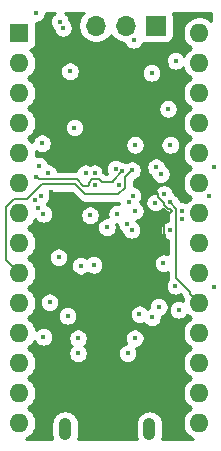
<source format=gbr>
G04 #@! TF.GenerationSoftware,KiCad,Pcbnew,5.1.5+dfsg1-2build2*
G04 #@! TF.CreationDate,2023-08-25T20:20:15+01:00*
G04 #@! TF.ProjectId,pico-sp0256,7069636f-2d73-4703-9032-35362e6b6963,rev?*
G04 #@! TF.SameCoordinates,Original*
G04 #@! TF.FileFunction,Copper,L3,Inr*
G04 #@! TF.FilePolarity,Positive*
%FSLAX46Y46*%
G04 Gerber Fmt 4.6, Leading zero omitted, Abs format (unit mm)*
G04 Created by KiCad (PCBNEW 5.1.5+dfsg1-2build2) date 2023-08-25 20:20:15*
%MOMM*%
%LPD*%
G04 APERTURE LIST*
%ADD10O,1.600000X1.600000*%
%ADD11R,1.600000X1.600000*%
%ADD12O,1.700000X1.700000*%
%ADD13R,1.700000X1.700000*%
%ADD14O,1.050000X1.900000*%
%ADD15C,0.400000*%
%ADD16C,0.200000*%
%ADD17C,0.254000*%
G04 APERTURE END LIST*
D10*
X89403501Y-69520001D03*
X74163501Y-102540001D03*
X89403501Y-72060001D03*
X74163501Y-100000001D03*
X89403501Y-74600001D03*
X74163501Y-97460001D03*
X89403501Y-77140001D03*
X74163501Y-94920001D03*
X89403501Y-79680001D03*
X74163501Y-92380001D03*
X89403501Y-82220001D03*
X74163501Y-89840001D03*
X89403501Y-84760001D03*
X74163501Y-87300001D03*
X89403501Y-87300001D03*
X74163501Y-84760001D03*
X89403501Y-89840001D03*
X74163501Y-82220001D03*
X89403501Y-92380001D03*
X74163501Y-79680001D03*
X89403501Y-94920001D03*
X74163501Y-77140001D03*
X89403501Y-97460001D03*
X74163501Y-74600001D03*
X89403501Y-100000001D03*
X74163501Y-72060001D03*
X89403501Y-102540001D03*
D11*
X74163501Y-69520001D03*
D12*
X80645000Y-68897500D03*
X83185000Y-68897500D03*
D13*
X85725000Y-68897500D03*
D14*
X85172500Y-103054000D03*
X78022500Y-103054000D03*
D15*
X82550000Y-82423000D03*
X80518000Y-82423000D03*
X80137000Y-84963000D03*
X82423000Y-84836000D03*
X85381402Y-93604999D03*
X86351753Y-89023260D03*
X77470000Y-88519000D03*
X80443500Y-89154000D03*
X83820000Y-70104000D03*
X86741000Y-75946000D03*
X83947000Y-78994000D03*
X82296000Y-81026000D03*
X78814499Y-77531451D03*
X76073000Y-78867000D03*
X76581000Y-81407001D03*
X83279610Y-85696364D03*
X78966000Y-88392000D03*
X80645000Y-86106000D03*
X77089000Y-86614000D03*
X78994000Y-86360000D03*
X81835804Y-88852196D03*
X76835000Y-98171000D03*
X87329999Y-96520000D03*
X85725000Y-83058000D03*
X85075042Y-76242050D03*
X86614000Y-72263000D03*
X86360000Y-86741000D03*
X76073000Y-76581000D03*
X81280000Y-81280000D03*
X76835000Y-83018148D03*
X79358596Y-89228577D03*
X81562000Y-85979000D03*
X80518000Y-81407000D03*
X87376000Y-71882000D03*
X86931500Y-78995000D03*
X77851000Y-69088000D03*
X75819000Y-80772000D03*
X75565000Y-67818000D03*
X79756000Y-81407000D03*
X83947000Y-84582000D03*
X75692000Y-84328000D03*
X83439000Y-83820000D03*
X75438000Y-83693000D03*
X76192000Y-84836000D03*
X76192000Y-95250000D03*
X85657519Y-83882686D03*
X85725000Y-80899000D03*
X83745028Y-83303910D03*
X75947235Y-83320000D03*
X76708000Y-92329000D03*
X87368000Y-90932000D03*
X90634000Y-91059000D03*
X87937904Y-85290095D03*
X85344000Y-72898000D03*
X78439490Y-72771000D03*
X77582671Y-68551342D03*
X87965029Y-84610113D03*
X86129548Y-81468283D03*
X90634000Y-80899000D03*
X83693000Y-81153000D03*
X82865212Y-81215737D03*
X75569172Y-81735224D03*
X86394325Y-83172382D03*
X90170000Y-83312000D03*
X86917189Y-83872381D03*
X85949235Y-92718598D03*
X87630000Y-92964000D03*
X83312000Y-96647000D03*
X79121000Y-96647000D03*
X83923010Y-95377000D03*
X79121000Y-95377000D03*
X84323020Y-93345000D03*
X78232000Y-93472000D03*
X83659971Y-86194962D03*
X86868000Y-86233000D03*
D16*
X86759806Y-84455000D02*
X86934110Y-84455000D01*
X86417188Y-83902353D02*
X86417188Y-84112382D01*
X85894324Y-83379489D02*
X86417188Y-83902353D01*
X85894324Y-83100324D02*
X85894324Y-83379489D01*
X85852000Y-83058000D02*
X85894324Y-83100324D01*
X86417188Y-84112382D02*
X86759806Y-84455000D01*
X85725000Y-83058000D02*
X85852000Y-83058000D01*
X86934110Y-84455000D02*
X87037893Y-84558783D01*
X87037893Y-84558783D02*
X86367999Y-85228677D01*
X86367999Y-86733001D02*
X86360000Y-86741000D01*
X86367999Y-85228677D02*
X86367999Y-86733001D01*
X79748001Y-83177001D02*
X78878011Y-82307011D01*
X82536001Y-83177001D02*
X79748001Y-83177001D01*
X83105213Y-82607789D02*
X82536001Y-83177001D01*
X83105213Y-81740787D02*
X83105213Y-82607789D01*
X83693000Y-81153000D02*
X83105213Y-81740787D01*
X73363502Y-89040002D02*
X74163501Y-89840001D01*
X73063500Y-88740000D02*
X73363502Y-89040002D01*
X73063500Y-84232000D02*
X73063500Y-88740000D01*
X73707502Y-83587998D02*
X73063500Y-84232000D01*
X74803000Y-83587998D02*
X73707502Y-83587998D01*
X76083987Y-82307011D02*
X74803000Y-83587998D01*
X78878011Y-82307011D02*
X76083987Y-82307011D01*
X75661222Y-81735224D02*
X75569172Y-81735224D01*
X79573697Y-82436999D02*
X79043700Y-81907001D01*
X75826999Y-81907001D02*
X75819000Y-81915000D01*
X79043700Y-81907001D02*
X75826999Y-81907001D01*
X75819000Y-81915000D02*
X75661222Y-81735224D01*
X75832999Y-81907001D02*
X75819000Y-81915000D01*
X80277999Y-81922999D02*
X80906999Y-81922999D01*
X80017999Y-82182999D02*
X80277999Y-81922999D01*
X80017999Y-82415001D02*
X80017999Y-82182999D01*
X79996001Y-82436999D02*
X80017999Y-82415001D01*
X79573697Y-82436999D02*
X79996001Y-82436999D01*
X81153000Y-82169000D02*
X82063998Y-82169000D01*
X80906999Y-81922999D02*
X81153000Y-82169000D01*
X82063998Y-82016951D02*
X82865212Y-81215737D01*
X82063998Y-82169000D02*
X82063998Y-82016951D01*
X87437903Y-84393095D02*
X86917189Y-83872381D01*
X87437903Y-90261901D02*
X87437903Y-84393095D01*
X88603502Y-91427500D02*
X87437903Y-90261901D01*
X88603502Y-91580002D02*
X88603502Y-91427500D01*
X89403501Y-92380001D02*
X88603502Y-91580002D01*
D17*
G36*
X77050390Y-67902755D02*
G01*
X76934084Y-68019061D01*
X76842704Y-68155821D01*
X76779760Y-68307782D01*
X76747671Y-68469102D01*
X76747671Y-68633582D01*
X76779760Y-68794902D01*
X76842704Y-68946863D01*
X76934084Y-69083623D01*
X77016000Y-69165539D01*
X77016000Y-69170240D01*
X77048089Y-69331560D01*
X77111033Y-69483521D01*
X77202413Y-69620281D01*
X77318719Y-69736587D01*
X77455479Y-69827967D01*
X77607440Y-69890911D01*
X77768760Y-69923000D01*
X77933240Y-69923000D01*
X78094560Y-69890911D01*
X78246521Y-69827967D01*
X78383281Y-69736587D01*
X78499587Y-69620281D01*
X78590967Y-69483521D01*
X78653911Y-69331560D01*
X78686000Y-69170240D01*
X78686000Y-69005760D01*
X78653911Y-68844440D01*
X78590967Y-68692479D01*
X78499587Y-68555719D01*
X78417671Y-68473803D01*
X78417671Y-68469102D01*
X78385582Y-68307782D01*
X78322638Y-68155821D01*
X78231258Y-68019061D01*
X78114952Y-67902755D01*
X78025522Y-67843000D01*
X79599393Y-67843000D01*
X79491525Y-67950868D01*
X79329010Y-68194089D01*
X79217068Y-68464342D01*
X79160000Y-68751240D01*
X79160000Y-69043760D01*
X79217068Y-69330658D01*
X79329010Y-69600911D01*
X79491525Y-69844132D01*
X79698368Y-70050975D01*
X79941589Y-70213490D01*
X80211842Y-70325432D01*
X80498740Y-70382500D01*
X80791260Y-70382500D01*
X81078158Y-70325432D01*
X81348411Y-70213490D01*
X81591632Y-70050975D01*
X81798475Y-69844132D01*
X81915000Y-69669740D01*
X82031525Y-69844132D01*
X82238368Y-70050975D01*
X82481589Y-70213490D01*
X82751842Y-70325432D01*
X83030917Y-70380944D01*
X83080033Y-70499521D01*
X83171413Y-70636281D01*
X83287719Y-70752587D01*
X83424479Y-70843967D01*
X83576440Y-70906911D01*
X83737760Y-70939000D01*
X83902240Y-70939000D01*
X84063560Y-70906911D01*
X84215521Y-70843967D01*
X84352281Y-70752587D01*
X84468587Y-70636281D01*
X84559967Y-70499521D01*
X84622911Y-70347560D01*
X84625569Y-70334195D01*
X84630820Y-70337002D01*
X84750518Y-70373312D01*
X84875000Y-70385572D01*
X86575000Y-70385572D01*
X86699482Y-70373312D01*
X86819180Y-70337002D01*
X86929494Y-70278037D01*
X87026185Y-70198685D01*
X87105537Y-70101994D01*
X87164502Y-69991680D01*
X87200812Y-69871982D01*
X87213072Y-69747500D01*
X87213072Y-68047500D01*
X87200812Y-67923018D01*
X87176539Y-67843000D01*
X90399000Y-67843000D01*
X90399000Y-68486104D01*
X90318260Y-68405364D01*
X90083228Y-68248321D01*
X89822075Y-68140148D01*
X89544836Y-68085001D01*
X89262166Y-68085001D01*
X88984927Y-68140148D01*
X88723774Y-68248321D01*
X88488742Y-68405364D01*
X88288864Y-68605242D01*
X88131821Y-68840274D01*
X88023648Y-69101427D01*
X87968501Y-69378666D01*
X87968501Y-69661336D01*
X88023648Y-69938575D01*
X88131821Y-70199728D01*
X88288864Y-70434760D01*
X88488742Y-70634638D01*
X88721260Y-70790001D01*
X88488742Y-70945364D01*
X88288864Y-71145242D01*
X88131821Y-71380274D01*
X88098597Y-71460483D01*
X88024587Y-71349719D01*
X87908281Y-71233413D01*
X87771521Y-71142033D01*
X87619560Y-71079089D01*
X87458240Y-71047000D01*
X87293760Y-71047000D01*
X87132440Y-71079089D01*
X86980479Y-71142033D01*
X86843719Y-71233413D01*
X86727413Y-71349719D01*
X86636033Y-71486479D01*
X86573089Y-71638440D01*
X86541000Y-71799760D01*
X86541000Y-71964240D01*
X86573089Y-72125560D01*
X86636033Y-72277521D01*
X86727413Y-72414281D01*
X86843719Y-72530587D01*
X86980479Y-72621967D01*
X87132440Y-72684911D01*
X87293760Y-72717000D01*
X87458240Y-72717000D01*
X87619560Y-72684911D01*
X87771521Y-72621967D01*
X87908281Y-72530587D01*
X88013137Y-72425731D01*
X88023648Y-72478575D01*
X88131821Y-72739728D01*
X88288864Y-72974760D01*
X88488742Y-73174638D01*
X88721260Y-73330001D01*
X88488742Y-73485364D01*
X88288864Y-73685242D01*
X88131821Y-73920274D01*
X88023648Y-74181427D01*
X87968501Y-74458666D01*
X87968501Y-74741336D01*
X88023648Y-75018575D01*
X88131821Y-75279728D01*
X88288864Y-75514760D01*
X88488742Y-75714638D01*
X88721260Y-75870001D01*
X88488742Y-76025364D01*
X88288864Y-76225242D01*
X88131821Y-76460274D01*
X88023648Y-76721427D01*
X87968501Y-76998666D01*
X87968501Y-77281336D01*
X88023648Y-77558575D01*
X88131821Y-77819728D01*
X88288864Y-78054760D01*
X88488742Y-78254638D01*
X88721260Y-78410001D01*
X88488742Y-78565364D01*
X88288864Y-78765242D01*
X88131821Y-79000274D01*
X88023648Y-79261427D01*
X87968501Y-79538666D01*
X87968501Y-79821336D01*
X88023648Y-80098575D01*
X88131821Y-80359728D01*
X88288864Y-80594760D01*
X88488742Y-80794638D01*
X88721260Y-80950001D01*
X88488742Y-81105364D01*
X88288864Y-81305242D01*
X88131821Y-81540274D01*
X88023648Y-81801427D01*
X87968501Y-82078666D01*
X87968501Y-82361336D01*
X88023648Y-82638575D01*
X88131821Y-82899728D01*
X88288864Y-83134760D01*
X88488742Y-83334638D01*
X88721260Y-83490001D01*
X88488742Y-83645364D01*
X88292250Y-83841856D01*
X88208589Y-83807202D01*
X88047269Y-83775113D01*
X87882789Y-83775113D01*
X87863254Y-83778999D01*
X87721844Y-83637590D01*
X87720100Y-83628821D01*
X87657156Y-83476860D01*
X87565776Y-83340100D01*
X87449470Y-83223794D01*
X87312710Y-83132414D01*
X87229325Y-83097875D01*
X87229325Y-83090142D01*
X87197236Y-82928822D01*
X87134292Y-82776861D01*
X87042912Y-82640101D01*
X86926606Y-82523795D01*
X86789846Y-82432415D01*
X86637885Y-82369471D01*
X86476565Y-82337382D01*
X86312085Y-82337382D01*
X86150765Y-82369471D01*
X85998804Y-82432415D01*
X85862044Y-82523795D01*
X85745738Y-82640101D01*
X85654358Y-82776861D01*
X85591414Y-82928822D01*
X85567461Y-83049241D01*
X85413959Y-83079775D01*
X85261998Y-83142719D01*
X85125238Y-83234099D01*
X85008932Y-83350405D01*
X84917552Y-83487165D01*
X84854608Y-83639126D01*
X84822519Y-83800446D01*
X84822519Y-83964926D01*
X84854608Y-84126246D01*
X84917552Y-84278207D01*
X85008932Y-84414967D01*
X85125238Y-84531273D01*
X85261998Y-84622653D01*
X85413959Y-84685597D01*
X85575279Y-84717686D01*
X85739759Y-84717686D01*
X85901079Y-84685597D01*
X86053040Y-84622653D01*
X86189800Y-84531273D01*
X86292507Y-84428567D01*
X86384908Y-84520968D01*
X86521668Y-84612348D01*
X86673629Y-84675292D01*
X86682398Y-84677036D01*
X86702904Y-84697543D01*
X86702904Y-85414481D01*
X86624440Y-85430089D01*
X86472479Y-85493033D01*
X86335719Y-85584413D01*
X86219413Y-85700719D01*
X86128033Y-85837479D01*
X86065089Y-85989440D01*
X86033000Y-86150760D01*
X86033000Y-86315240D01*
X86065089Y-86476560D01*
X86128033Y-86628521D01*
X86219413Y-86765281D01*
X86335719Y-86881587D01*
X86472479Y-86972967D01*
X86624440Y-87035911D01*
X86702904Y-87051519D01*
X86702903Y-88264914D01*
X86595313Y-88220349D01*
X86433993Y-88188260D01*
X86269513Y-88188260D01*
X86108193Y-88220349D01*
X85956232Y-88283293D01*
X85819472Y-88374673D01*
X85703166Y-88490979D01*
X85611786Y-88627739D01*
X85548842Y-88779700D01*
X85516753Y-88941020D01*
X85516753Y-89105500D01*
X85548842Y-89266820D01*
X85611786Y-89418781D01*
X85703166Y-89555541D01*
X85819472Y-89671847D01*
X85956232Y-89763227D01*
X86108193Y-89826171D01*
X86269513Y-89858260D01*
X86433993Y-89858260D01*
X86595313Y-89826171D01*
X86702903Y-89781606D01*
X86702903Y-90225796D01*
X86699347Y-90261901D01*
X86702903Y-90298005D01*
X86713538Y-90405985D01*
X86714065Y-90407723D01*
X86628033Y-90536479D01*
X86565089Y-90688440D01*
X86533000Y-90849760D01*
X86533000Y-91014240D01*
X86565089Y-91175560D01*
X86628033Y-91327521D01*
X86719413Y-91464281D01*
X86835719Y-91580587D01*
X86972479Y-91671967D01*
X87124440Y-91734911D01*
X87285760Y-91767000D01*
X87450240Y-91767000D01*
X87611560Y-91734911D01*
X87763521Y-91671967D01*
X87790497Y-91653942D01*
X87887191Y-91750635D01*
X87891886Y-91766115D01*
X87921165Y-91862634D01*
X87989415Y-91990321D01*
X88012343Y-92018259D01*
X87975531Y-92203326D01*
X87873560Y-92161089D01*
X87712240Y-92129000D01*
X87547760Y-92129000D01*
X87386440Y-92161089D01*
X87234479Y-92224033D01*
X87097719Y-92315413D01*
X86981413Y-92431719D01*
X86890033Y-92568479D01*
X86827089Y-92720440D01*
X86795000Y-92881760D01*
X86795000Y-93046240D01*
X86827089Y-93207560D01*
X86890033Y-93359521D01*
X86981413Y-93496281D01*
X87097719Y-93612587D01*
X87234479Y-93703967D01*
X87386440Y-93766911D01*
X87547760Y-93799000D01*
X87712240Y-93799000D01*
X87873560Y-93766911D01*
X88025521Y-93703967D01*
X88162281Y-93612587D01*
X88278587Y-93496281D01*
X88363421Y-93369317D01*
X88488742Y-93494638D01*
X88721260Y-93650001D01*
X88488742Y-93805364D01*
X88288864Y-94005242D01*
X88131821Y-94240274D01*
X88023648Y-94501427D01*
X87968501Y-94778666D01*
X87968501Y-95061336D01*
X88023648Y-95338575D01*
X88131821Y-95599728D01*
X88288864Y-95834760D01*
X88488742Y-96034638D01*
X88721260Y-96190001D01*
X88488742Y-96345364D01*
X88288864Y-96545242D01*
X88131821Y-96780274D01*
X88023648Y-97041427D01*
X87968501Y-97318666D01*
X87968501Y-97601336D01*
X88023648Y-97878575D01*
X88131821Y-98139728D01*
X88288864Y-98374760D01*
X88488742Y-98574638D01*
X88721260Y-98730001D01*
X88488742Y-98885364D01*
X88288864Y-99085242D01*
X88131821Y-99320274D01*
X88023648Y-99581427D01*
X87968501Y-99858666D01*
X87968501Y-100141336D01*
X88023648Y-100418575D01*
X88131821Y-100679728D01*
X88288864Y-100914760D01*
X88488742Y-101114638D01*
X88721260Y-101270001D01*
X88488742Y-101425364D01*
X88288864Y-101625242D01*
X88131821Y-101860274D01*
X88023648Y-102121427D01*
X87968501Y-102398666D01*
X87968501Y-102681336D01*
X88023648Y-102958575D01*
X88131821Y-103219728D01*
X88288864Y-103454760D01*
X88488742Y-103654638D01*
X88723774Y-103811681D01*
X88842841Y-103861000D01*
X86268817Y-103861000D01*
X86315715Y-103706400D01*
X86332500Y-103535978D01*
X86332500Y-102572021D01*
X86315715Y-102401600D01*
X86249385Y-102182940D01*
X86141671Y-101981421D01*
X85996712Y-101804788D01*
X85820078Y-101659829D01*
X85618559Y-101552115D01*
X85399899Y-101485785D01*
X85172500Y-101463388D01*
X84945100Y-101485785D01*
X84726440Y-101552115D01*
X84524921Y-101659829D01*
X84348288Y-101804788D01*
X84203329Y-101981422D01*
X84095615Y-102182941D01*
X84029285Y-102401601D01*
X84012500Y-102572022D01*
X84012500Y-103535979D01*
X84029285Y-103706400D01*
X84076183Y-103861000D01*
X79118817Y-103861000D01*
X79165715Y-103706400D01*
X79182500Y-103535979D01*
X79182500Y-102572022D01*
X79165715Y-102401600D01*
X79099385Y-102182940D01*
X78991671Y-101981421D01*
X78846712Y-101804788D01*
X78670079Y-101659829D01*
X78468560Y-101552115D01*
X78249900Y-101485785D01*
X78022500Y-101463388D01*
X77795101Y-101485785D01*
X77576441Y-101552115D01*
X77374922Y-101659829D01*
X77198289Y-101804788D01*
X77053330Y-101981421D01*
X76945615Y-102182940D01*
X76879285Y-102401600D01*
X76862500Y-102572021D01*
X76862500Y-103535978D01*
X76879285Y-103706399D01*
X76926183Y-103861000D01*
X74724161Y-103861000D01*
X74843228Y-103811681D01*
X75078260Y-103654638D01*
X75278138Y-103454760D01*
X75435181Y-103219728D01*
X75543354Y-102958575D01*
X75598501Y-102681336D01*
X75598501Y-102398666D01*
X75543354Y-102121427D01*
X75435181Y-101860274D01*
X75278138Y-101625242D01*
X75078260Y-101425364D01*
X74845742Y-101270001D01*
X75078260Y-101114638D01*
X75278138Y-100914760D01*
X75435181Y-100679728D01*
X75543354Y-100418575D01*
X75598501Y-100141336D01*
X75598501Y-99858666D01*
X75543354Y-99581427D01*
X75435181Y-99320274D01*
X75278138Y-99085242D01*
X75078260Y-98885364D01*
X74845742Y-98730001D01*
X75078260Y-98574638D01*
X75278138Y-98374760D01*
X75435181Y-98139728D01*
X75543354Y-97878575D01*
X75598501Y-97601336D01*
X75598501Y-97318666D01*
X75543354Y-97041427D01*
X75435181Y-96780274D01*
X75278138Y-96545242D01*
X75078260Y-96345364D01*
X74845742Y-96190001D01*
X75078260Y-96034638D01*
X75278138Y-95834760D01*
X75433875Y-95601683D01*
X75452033Y-95645521D01*
X75543413Y-95782281D01*
X75659719Y-95898587D01*
X75796479Y-95989967D01*
X75948440Y-96052911D01*
X76109760Y-96085000D01*
X76274240Y-96085000D01*
X76435560Y-96052911D01*
X76587521Y-95989967D01*
X76724281Y-95898587D01*
X76840587Y-95782281D01*
X76931967Y-95645521D01*
X76994911Y-95493560D01*
X77027000Y-95332240D01*
X77027000Y-95294760D01*
X78286000Y-95294760D01*
X78286000Y-95459240D01*
X78318089Y-95620560D01*
X78381033Y-95772521D01*
X78472413Y-95909281D01*
X78575132Y-96012000D01*
X78472413Y-96114719D01*
X78381033Y-96251479D01*
X78318089Y-96403440D01*
X78286000Y-96564760D01*
X78286000Y-96729240D01*
X78318089Y-96890560D01*
X78381033Y-97042521D01*
X78472413Y-97179281D01*
X78588719Y-97295587D01*
X78725479Y-97386967D01*
X78877440Y-97449911D01*
X79038760Y-97482000D01*
X79203240Y-97482000D01*
X79364560Y-97449911D01*
X79516521Y-97386967D01*
X79653281Y-97295587D01*
X79769587Y-97179281D01*
X79860967Y-97042521D01*
X79923911Y-96890560D01*
X79956000Y-96729240D01*
X79956000Y-96564760D01*
X82477000Y-96564760D01*
X82477000Y-96729240D01*
X82509089Y-96890560D01*
X82572033Y-97042521D01*
X82663413Y-97179281D01*
X82779719Y-97295587D01*
X82916479Y-97386967D01*
X83068440Y-97449911D01*
X83229760Y-97482000D01*
X83394240Y-97482000D01*
X83555560Y-97449911D01*
X83707521Y-97386967D01*
X83844281Y-97295587D01*
X83960587Y-97179281D01*
X84051967Y-97042521D01*
X84114911Y-96890560D01*
X84147000Y-96729240D01*
X84147000Y-96564760D01*
X84114911Y-96403440D01*
X84051967Y-96251479D01*
X84023202Y-96208429D01*
X84166570Y-96179911D01*
X84318531Y-96116967D01*
X84455291Y-96025587D01*
X84571597Y-95909281D01*
X84662977Y-95772521D01*
X84725921Y-95620560D01*
X84758010Y-95459240D01*
X84758010Y-95294760D01*
X84725921Y-95133440D01*
X84662977Y-94981479D01*
X84571597Y-94844719D01*
X84455291Y-94728413D01*
X84318531Y-94637033D01*
X84166570Y-94574089D01*
X84005250Y-94542000D01*
X83840770Y-94542000D01*
X83679450Y-94574089D01*
X83527489Y-94637033D01*
X83390729Y-94728413D01*
X83274423Y-94844719D01*
X83183043Y-94981479D01*
X83120099Y-95133440D01*
X83088010Y-95294760D01*
X83088010Y-95459240D01*
X83120099Y-95620560D01*
X83183043Y-95772521D01*
X83211808Y-95815571D01*
X83068440Y-95844089D01*
X82916479Y-95907033D01*
X82779719Y-95998413D01*
X82663413Y-96114719D01*
X82572033Y-96251479D01*
X82509089Y-96403440D01*
X82477000Y-96564760D01*
X79956000Y-96564760D01*
X79923911Y-96403440D01*
X79860967Y-96251479D01*
X79769587Y-96114719D01*
X79666868Y-96012000D01*
X79769587Y-95909281D01*
X79860967Y-95772521D01*
X79923911Y-95620560D01*
X79956000Y-95459240D01*
X79956000Y-95294760D01*
X79923911Y-95133440D01*
X79860967Y-94981479D01*
X79769587Y-94844719D01*
X79653281Y-94728413D01*
X79516521Y-94637033D01*
X79364560Y-94574089D01*
X79203240Y-94542000D01*
X79038760Y-94542000D01*
X78877440Y-94574089D01*
X78725479Y-94637033D01*
X78588719Y-94728413D01*
X78472413Y-94844719D01*
X78381033Y-94981479D01*
X78318089Y-95133440D01*
X78286000Y-95294760D01*
X77027000Y-95294760D01*
X77027000Y-95167760D01*
X76994911Y-95006440D01*
X76931967Y-94854479D01*
X76840587Y-94717719D01*
X76724281Y-94601413D01*
X76587521Y-94510033D01*
X76435560Y-94447089D01*
X76274240Y-94415000D01*
X76109760Y-94415000D01*
X75948440Y-94447089D01*
X75796479Y-94510033D01*
X75659719Y-94601413D01*
X75579249Y-94681883D01*
X75543354Y-94501427D01*
X75435181Y-94240274D01*
X75278138Y-94005242D01*
X75078260Y-93805364D01*
X74845742Y-93650001D01*
X75078260Y-93494638D01*
X75183138Y-93389760D01*
X77397000Y-93389760D01*
X77397000Y-93554240D01*
X77429089Y-93715560D01*
X77492033Y-93867521D01*
X77583413Y-94004281D01*
X77699719Y-94120587D01*
X77836479Y-94211967D01*
X77988440Y-94274911D01*
X78149760Y-94307000D01*
X78314240Y-94307000D01*
X78475560Y-94274911D01*
X78627521Y-94211967D01*
X78764281Y-94120587D01*
X78880587Y-94004281D01*
X78971967Y-93867521D01*
X79034911Y-93715560D01*
X79067000Y-93554240D01*
X79067000Y-93389760D01*
X79041738Y-93262760D01*
X83488020Y-93262760D01*
X83488020Y-93427240D01*
X83520109Y-93588560D01*
X83583053Y-93740521D01*
X83674433Y-93877281D01*
X83790739Y-93993587D01*
X83927499Y-94084967D01*
X84079460Y-94147911D01*
X84240780Y-94180000D01*
X84405260Y-94180000D01*
X84566580Y-94147911D01*
X84702344Y-94091676D01*
X84732815Y-94137280D01*
X84849121Y-94253586D01*
X84985881Y-94344966D01*
X85137842Y-94407910D01*
X85299162Y-94439999D01*
X85463642Y-94439999D01*
X85624962Y-94407910D01*
X85776923Y-94344966D01*
X85913683Y-94253586D01*
X86029989Y-94137280D01*
X86121369Y-94000520D01*
X86184313Y-93848559D01*
X86216402Y-93687239D01*
X86216402Y-93522759D01*
X86214375Y-93512570D01*
X86344756Y-93458565D01*
X86481516Y-93367185D01*
X86597822Y-93250879D01*
X86689202Y-93114119D01*
X86752146Y-92962158D01*
X86784235Y-92800838D01*
X86784235Y-92636358D01*
X86752146Y-92475038D01*
X86689202Y-92323077D01*
X86597822Y-92186317D01*
X86481516Y-92070011D01*
X86344756Y-91978631D01*
X86192795Y-91915687D01*
X86031475Y-91883598D01*
X85866995Y-91883598D01*
X85705675Y-91915687D01*
X85553714Y-91978631D01*
X85416954Y-92070011D01*
X85300648Y-92186317D01*
X85209268Y-92323077D01*
X85146324Y-92475038D01*
X85114235Y-92636358D01*
X85114235Y-92800838D01*
X85116262Y-92811027D01*
X85002078Y-92858323D01*
X84971607Y-92812719D01*
X84855301Y-92696413D01*
X84718541Y-92605033D01*
X84566580Y-92542089D01*
X84405260Y-92510000D01*
X84240780Y-92510000D01*
X84079460Y-92542089D01*
X83927499Y-92605033D01*
X83790739Y-92696413D01*
X83674433Y-92812719D01*
X83583053Y-92949479D01*
X83520109Y-93101440D01*
X83488020Y-93262760D01*
X79041738Y-93262760D01*
X79034911Y-93228440D01*
X78971967Y-93076479D01*
X78880587Y-92939719D01*
X78764281Y-92823413D01*
X78627521Y-92732033D01*
X78475560Y-92669089D01*
X78314240Y-92637000D01*
X78149760Y-92637000D01*
X77988440Y-92669089D01*
X77836479Y-92732033D01*
X77699719Y-92823413D01*
X77583413Y-92939719D01*
X77492033Y-93076479D01*
X77429089Y-93228440D01*
X77397000Y-93389760D01*
X75183138Y-93389760D01*
X75278138Y-93294760D01*
X75435181Y-93059728D01*
X75543354Y-92798575D01*
X75598501Y-92521336D01*
X75598501Y-92246760D01*
X75873000Y-92246760D01*
X75873000Y-92411240D01*
X75905089Y-92572560D01*
X75968033Y-92724521D01*
X76059413Y-92861281D01*
X76175719Y-92977587D01*
X76312479Y-93068967D01*
X76464440Y-93131911D01*
X76625760Y-93164000D01*
X76790240Y-93164000D01*
X76951560Y-93131911D01*
X77103521Y-93068967D01*
X77240281Y-92977587D01*
X77356587Y-92861281D01*
X77447967Y-92724521D01*
X77510911Y-92572560D01*
X77543000Y-92411240D01*
X77543000Y-92246760D01*
X77510911Y-92085440D01*
X77447967Y-91933479D01*
X77356587Y-91796719D01*
X77240281Y-91680413D01*
X77103521Y-91589033D01*
X76951560Y-91526089D01*
X76790240Y-91494000D01*
X76625760Y-91494000D01*
X76464440Y-91526089D01*
X76312479Y-91589033D01*
X76175719Y-91680413D01*
X76059413Y-91796719D01*
X75968033Y-91933479D01*
X75905089Y-92085440D01*
X75873000Y-92246760D01*
X75598501Y-92246760D01*
X75598501Y-92238666D01*
X75543354Y-91961427D01*
X75435181Y-91700274D01*
X75278138Y-91465242D01*
X75078260Y-91265364D01*
X74845742Y-91110001D01*
X75078260Y-90954638D01*
X75278138Y-90754760D01*
X75435181Y-90519728D01*
X75543354Y-90258575D01*
X75598501Y-89981336D01*
X75598501Y-89698666D01*
X75543354Y-89421427D01*
X75435181Y-89160274D01*
X75278138Y-88925242D01*
X75078260Y-88725364D01*
X74845742Y-88570001D01*
X75045151Y-88436760D01*
X76635000Y-88436760D01*
X76635000Y-88601240D01*
X76667089Y-88762560D01*
X76730033Y-88914521D01*
X76821413Y-89051281D01*
X76937719Y-89167587D01*
X77074479Y-89258967D01*
X77226440Y-89321911D01*
X77387760Y-89354000D01*
X77552240Y-89354000D01*
X77713560Y-89321911D01*
X77865521Y-89258967D01*
X78002281Y-89167587D01*
X78023531Y-89146337D01*
X78523596Y-89146337D01*
X78523596Y-89310817D01*
X78555685Y-89472137D01*
X78618629Y-89624098D01*
X78710009Y-89760858D01*
X78826315Y-89877164D01*
X78963075Y-89968544D01*
X79115036Y-90031488D01*
X79276356Y-90063577D01*
X79440836Y-90063577D01*
X79602156Y-90031488D01*
X79754117Y-89968544D01*
X79890877Y-89877164D01*
X79943731Y-89824310D01*
X80047979Y-89893967D01*
X80199940Y-89956911D01*
X80361260Y-89989000D01*
X80525740Y-89989000D01*
X80687060Y-89956911D01*
X80839021Y-89893967D01*
X80975781Y-89802587D01*
X81092087Y-89686281D01*
X81183467Y-89549521D01*
X81246411Y-89397560D01*
X81278500Y-89236240D01*
X81278500Y-89071760D01*
X81246411Y-88910440D01*
X81183467Y-88758479D01*
X81092087Y-88621719D01*
X80975781Y-88505413D01*
X80839021Y-88414033D01*
X80687060Y-88351089D01*
X80525740Y-88319000D01*
X80361260Y-88319000D01*
X80199940Y-88351089D01*
X80047979Y-88414033D01*
X79911219Y-88505413D01*
X79858365Y-88558267D01*
X79754117Y-88488610D01*
X79602156Y-88425666D01*
X79440836Y-88393577D01*
X79276356Y-88393577D01*
X79115036Y-88425666D01*
X78963075Y-88488610D01*
X78826315Y-88579990D01*
X78710009Y-88696296D01*
X78618629Y-88833056D01*
X78555685Y-88985017D01*
X78523596Y-89146337D01*
X78023531Y-89146337D01*
X78118587Y-89051281D01*
X78209967Y-88914521D01*
X78272911Y-88762560D01*
X78305000Y-88601240D01*
X78305000Y-88436760D01*
X78272911Y-88275440D01*
X78209967Y-88123479D01*
X78118587Y-87986719D01*
X78002281Y-87870413D01*
X77865521Y-87779033D01*
X77713560Y-87716089D01*
X77552240Y-87684000D01*
X77387760Y-87684000D01*
X77226440Y-87716089D01*
X77074479Y-87779033D01*
X76937719Y-87870413D01*
X76821413Y-87986719D01*
X76730033Y-88123479D01*
X76667089Y-88275440D01*
X76635000Y-88436760D01*
X75045151Y-88436760D01*
X75078260Y-88414638D01*
X75278138Y-88214760D01*
X75435181Y-87979728D01*
X75543354Y-87718575D01*
X75598501Y-87441336D01*
X75598501Y-87158666D01*
X75543354Y-86881427D01*
X75435181Y-86620274D01*
X75278138Y-86385242D01*
X75078260Y-86185364D01*
X74845742Y-86030001D01*
X75078260Y-85874638D01*
X75278138Y-85674760D01*
X75435181Y-85439728D01*
X75494869Y-85295629D01*
X75543413Y-85368281D01*
X75659719Y-85484587D01*
X75796479Y-85575967D01*
X75948440Y-85638911D01*
X76109760Y-85671000D01*
X76274240Y-85671000D01*
X76435560Y-85638911D01*
X76587521Y-85575967D01*
X76724281Y-85484587D01*
X76840587Y-85368281D01*
X76931967Y-85231521D01*
X76994911Y-85079560D01*
X77027000Y-84918240D01*
X77027000Y-84880760D01*
X79302000Y-84880760D01*
X79302000Y-85045240D01*
X79334089Y-85206560D01*
X79397033Y-85358521D01*
X79488413Y-85495281D01*
X79604719Y-85611587D01*
X79741479Y-85702967D01*
X79893440Y-85765911D01*
X80054760Y-85798000D01*
X80219240Y-85798000D01*
X80380560Y-85765911D01*
X80532521Y-85702967D01*
X80669281Y-85611587D01*
X80785587Y-85495281D01*
X80876967Y-85358521D01*
X80939911Y-85206560D01*
X80972000Y-85045240D01*
X80972000Y-84880760D01*
X80939911Y-84719440D01*
X80876967Y-84567479D01*
X80785587Y-84430719D01*
X80669281Y-84314413D01*
X80532521Y-84223033D01*
X80380560Y-84160089D01*
X80219240Y-84128000D01*
X80054760Y-84128000D01*
X79893440Y-84160089D01*
X79741479Y-84223033D01*
X79604719Y-84314413D01*
X79488413Y-84430719D01*
X79397033Y-84567479D01*
X79334089Y-84719440D01*
X79302000Y-84880760D01*
X77027000Y-84880760D01*
X77027000Y-84753760D01*
X76994911Y-84592440D01*
X76931967Y-84440479D01*
X76840587Y-84303719D01*
X76724281Y-84187413D01*
X76587521Y-84096033D01*
X76481528Y-84052129D01*
X76453989Y-83985644D01*
X76479516Y-83968587D01*
X76595822Y-83852281D01*
X76687202Y-83715521D01*
X76750146Y-83563560D01*
X76782235Y-83402240D01*
X76782235Y-83237760D01*
X76750146Y-83076440D01*
X76735885Y-83042011D01*
X78573565Y-83042011D01*
X79202747Y-83671194D01*
X79225763Y-83699239D01*
X79318370Y-83775240D01*
X79337681Y-83791088D01*
X79465367Y-83859338D01*
X79603916Y-83901366D01*
X79748001Y-83915557D01*
X79784106Y-83912001D01*
X82499896Y-83912001D01*
X82536001Y-83915557D01*
X82572106Y-83912001D01*
X82605291Y-83908733D01*
X82628523Y-84025523D01*
X82505240Y-84001000D01*
X82340760Y-84001000D01*
X82179440Y-84033089D01*
X82027479Y-84096033D01*
X81890719Y-84187413D01*
X81774413Y-84303719D01*
X81683033Y-84440479D01*
X81620089Y-84592440D01*
X81588000Y-84753760D01*
X81588000Y-84918240D01*
X81620089Y-85079560D01*
X81647009Y-85144551D01*
X81644240Y-85144000D01*
X81479760Y-85144000D01*
X81318440Y-85176089D01*
X81166479Y-85239033D01*
X81029719Y-85330413D01*
X80913413Y-85446719D01*
X80822033Y-85583479D01*
X80759089Y-85735440D01*
X80727000Y-85896760D01*
X80727000Y-86061240D01*
X80759089Y-86222560D01*
X80822033Y-86374521D01*
X80913413Y-86511281D01*
X81029719Y-86627587D01*
X81166479Y-86718967D01*
X81318440Y-86781911D01*
X81479760Y-86814000D01*
X81644240Y-86814000D01*
X81805560Y-86781911D01*
X81957521Y-86718967D01*
X82094281Y-86627587D01*
X82210587Y-86511281D01*
X82301967Y-86374521D01*
X82364911Y-86222560D01*
X82397000Y-86061240D01*
X82397000Y-85896760D01*
X82364911Y-85735440D01*
X82337991Y-85670449D01*
X82340760Y-85671000D01*
X82444610Y-85671000D01*
X82444610Y-85778604D01*
X82476699Y-85939924D01*
X82539643Y-86091885D01*
X82631023Y-86228645D01*
X82747329Y-86344951D01*
X82852414Y-86415167D01*
X82857060Y-86438522D01*
X82920004Y-86590483D01*
X83011384Y-86727243D01*
X83127690Y-86843549D01*
X83264450Y-86934929D01*
X83416411Y-86997873D01*
X83577731Y-87029962D01*
X83742211Y-87029962D01*
X83903531Y-86997873D01*
X84055492Y-86934929D01*
X84192252Y-86843549D01*
X84308558Y-86727243D01*
X84399938Y-86590483D01*
X84462882Y-86438522D01*
X84494971Y-86277202D01*
X84494971Y-86112722D01*
X84462882Y-85951402D01*
X84399938Y-85799441D01*
X84308558Y-85662681D01*
X84192252Y-85546375D01*
X84087167Y-85476159D01*
X84082521Y-85452804D01*
X84064764Y-85409934D01*
X84190560Y-85384911D01*
X84342521Y-85321967D01*
X84479281Y-85230587D01*
X84595587Y-85114281D01*
X84686967Y-84977521D01*
X84749911Y-84825560D01*
X84782000Y-84664240D01*
X84782000Y-84499760D01*
X84749911Y-84338440D01*
X84686967Y-84186479D01*
X84595587Y-84049719D01*
X84479281Y-83933413D01*
X84369648Y-83860158D01*
X84393615Y-83836191D01*
X84484995Y-83699431D01*
X84547939Y-83547470D01*
X84580028Y-83386150D01*
X84580028Y-83221670D01*
X84547939Y-83060350D01*
X84484995Y-82908389D01*
X84393615Y-82771629D01*
X84277309Y-82655323D01*
X84140549Y-82563943D01*
X83988588Y-82500999D01*
X83840213Y-82471485D01*
X83840213Y-82045233D01*
X83927791Y-81957655D01*
X83936560Y-81955911D01*
X84088521Y-81892967D01*
X84225281Y-81801587D01*
X84341587Y-81685281D01*
X84432967Y-81548521D01*
X84495911Y-81396560D01*
X84528000Y-81235240D01*
X84528000Y-81070760D01*
X84495911Y-80909440D01*
X84457522Y-80816760D01*
X84890000Y-80816760D01*
X84890000Y-80981240D01*
X84922089Y-81142560D01*
X84985033Y-81294521D01*
X85076413Y-81431281D01*
X85192719Y-81547587D01*
X85309483Y-81625606D01*
X85326637Y-81711843D01*
X85389581Y-81863804D01*
X85480961Y-82000564D01*
X85597267Y-82116870D01*
X85734027Y-82208250D01*
X85885988Y-82271194D01*
X86047308Y-82303283D01*
X86211788Y-82303283D01*
X86373108Y-82271194D01*
X86525069Y-82208250D01*
X86661829Y-82116870D01*
X86778135Y-82000564D01*
X86869515Y-81863804D01*
X86932459Y-81711843D01*
X86964548Y-81550523D01*
X86964548Y-81386043D01*
X86932459Y-81224723D01*
X86869515Y-81072762D01*
X86778135Y-80936002D01*
X86661829Y-80819696D01*
X86545065Y-80741677D01*
X86527911Y-80655440D01*
X86464967Y-80503479D01*
X86373587Y-80366719D01*
X86257281Y-80250413D01*
X86120521Y-80159033D01*
X85968560Y-80096089D01*
X85807240Y-80064000D01*
X85642760Y-80064000D01*
X85481440Y-80096089D01*
X85329479Y-80159033D01*
X85192719Y-80250413D01*
X85076413Y-80366719D01*
X84985033Y-80503479D01*
X84922089Y-80655440D01*
X84890000Y-80816760D01*
X84457522Y-80816760D01*
X84432967Y-80757479D01*
X84341587Y-80620719D01*
X84225281Y-80504413D01*
X84088521Y-80413033D01*
X83936560Y-80350089D01*
X83775240Y-80318000D01*
X83610760Y-80318000D01*
X83449440Y-80350089D01*
X83297479Y-80413033D01*
X83225455Y-80461158D01*
X83108772Y-80412826D01*
X82947452Y-80380737D01*
X82831605Y-80380737D01*
X82828281Y-80377413D01*
X82691521Y-80286033D01*
X82539560Y-80223089D01*
X82378240Y-80191000D01*
X82213760Y-80191000D01*
X82052440Y-80223089D01*
X81900479Y-80286033D01*
X81763719Y-80377413D01*
X81647413Y-80493719D01*
X81556033Y-80630479D01*
X81493089Y-80782440D01*
X81461000Y-80943760D01*
X81461000Y-81108240D01*
X81493089Y-81269560D01*
X81556033Y-81421521D01*
X81564371Y-81434000D01*
X81457446Y-81434000D01*
X81452258Y-81428812D01*
X81429237Y-81400761D01*
X81353000Y-81338195D01*
X81353000Y-81324760D01*
X81320911Y-81163440D01*
X81257967Y-81011479D01*
X81166587Y-80874719D01*
X81050281Y-80758413D01*
X80913521Y-80667033D01*
X80761560Y-80604089D01*
X80600240Y-80572000D01*
X80435760Y-80572000D01*
X80274440Y-80604089D01*
X80137000Y-80661018D01*
X79999560Y-80604089D01*
X79838240Y-80572000D01*
X79673760Y-80572000D01*
X79512440Y-80604089D01*
X79360479Y-80667033D01*
X79223719Y-80758413D01*
X79107413Y-80874719D01*
X79016033Y-81011479D01*
X78953089Y-81163440D01*
X78951386Y-81172001D01*
X77385614Y-81172001D01*
X77383911Y-81163441D01*
X77320967Y-81011480D01*
X77229587Y-80874720D01*
X77113281Y-80758414D01*
X76976521Y-80667034D01*
X76824560Y-80604090D01*
X76663240Y-80572001D01*
X76630576Y-80572001D01*
X76621911Y-80528440D01*
X76558967Y-80376479D01*
X76467587Y-80239719D01*
X76351281Y-80123413D01*
X76214521Y-80032033D01*
X76062560Y-79969089D01*
X75901240Y-79937000D01*
X75736760Y-79937000D01*
X75575440Y-79969089D01*
X75568542Y-79971946D01*
X75598501Y-79821336D01*
X75598501Y-79554196D01*
X75677479Y-79606967D01*
X75829440Y-79669911D01*
X75990760Y-79702000D01*
X76155240Y-79702000D01*
X76316560Y-79669911D01*
X76468521Y-79606967D01*
X76605281Y-79515587D01*
X76721587Y-79399281D01*
X76812967Y-79262521D01*
X76875911Y-79110560D01*
X76908000Y-78949240D01*
X76908000Y-78911760D01*
X83112000Y-78911760D01*
X83112000Y-79076240D01*
X83144089Y-79237560D01*
X83207033Y-79389521D01*
X83298413Y-79526281D01*
X83414719Y-79642587D01*
X83551479Y-79733967D01*
X83703440Y-79796911D01*
X83864760Y-79829000D01*
X84029240Y-79829000D01*
X84190560Y-79796911D01*
X84342521Y-79733967D01*
X84479281Y-79642587D01*
X84595587Y-79526281D01*
X84686967Y-79389521D01*
X84749911Y-79237560D01*
X84782000Y-79076240D01*
X84782000Y-78912760D01*
X86096500Y-78912760D01*
X86096500Y-79077240D01*
X86128589Y-79238560D01*
X86191533Y-79390521D01*
X86282913Y-79527281D01*
X86399219Y-79643587D01*
X86535979Y-79734967D01*
X86687940Y-79797911D01*
X86849260Y-79830000D01*
X87013740Y-79830000D01*
X87175060Y-79797911D01*
X87327021Y-79734967D01*
X87463781Y-79643587D01*
X87580087Y-79527281D01*
X87671467Y-79390521D01*
X87734411Y-79238560D01*
X87766500Y-79077240D01*
X87766500Y-78912760D01*
X87734411Y-78751440D01*
X87671467Y-78599479D01*
X87580087Y-78462719D01*
X87463781Y-78346413D01*
X87327021Y-78255033D01*
X87175060Y-78192089D01*
X87013740Y-78160000D01*
X86849260Y-78160000D01*
X86687940Y-78192089D01*
X86535979Y-78255033D01*
X86399219Y-78346413D01*
X86282913Y-78462719D01*
X86191533Y-78599479D01*
X86128589Y-78751440D01*
X86096500Y-78912760D01*
X84782000Y-78912760D01*
X84782000Y-78911760D01*
X84749911Y-78750440D01*
X84686967Y-78598479D01*
X84595587Y-78461719D01*
X84479281Y-78345413D01*
X84342521Y-78254033D01*
X84190560Y-78191089D01*
X84029240Y-78159000D01*
X83864760Y-78159000D01*
X83703440Y-78191089D01*
X83551479Y-78254033D01*
X83414719Y-78345413D01*
X83298413Y-78461719D01*
X83207033Y-78598479D01*
X83144089Y-78750440D01*
X83112000Y-78911760D01*
X76908000Y-78911760D01*
X76908000Y-78784760D01*
X76875911Y-78623440D01*
X76812967Y-78471479D01*
X76721587Y-78334719D01*
X76605281Y-78218413D01*
X76468521Y-78127033D01*
X76316560Y-78064089D01*
X76155240Y-78032000D01*
X75990760Y-78032000D01*
X75829440Y-78064089D01*
X75677479Y-78127033D01*
X75540719Y-78218413D01*
X75424413Y-78334719D01*
X75333033Y-78471479D01*
X75270089Y-78623440D01*
X75247898Y-78735002D01*
X75078260Y-78565364D01*
X74845742Y-78410001D01*
X75078260Y-78254638D01*
X75278138Y-78054760D01*
X75435181Y-77819728D01*
X75543354Y-77558575D01*
X75565108Y-77449211D01*
X77979499Y-77449211D01*
X77979499Y-77613691D01*
X78011588Y-77775011D01*
X78074532Y-77926972D01*
X78165912Y-78063732D01*
X78282218Y-78180038D01*
X78418978Y-78271418D01*
X78570939Y-78334362D01*
X78732259Y-78366451D01*
X78896739Y-78366451D01*
X79058059Y-78334362D01*
X79210020Y-78271418D01*
X79346780Y-78180038D01*
X79463086Y-78063732D01*
X79554466Y-77926972D01*
X79617410Y-77775011D01*
X79649499Y-77613691D01*
X79649499Y-77449211D01*
X79617410Y-77287891D01*
X79554466Y-77135930D01*
X79463086Y-76999170D01*
X79346780Y-76882864D01*
X79210020Y-76791484D01*
X79058059Y-76728540D01*
X78896739Y-76696451D01*
X78732259Y-76696451D01*
X78570939Y-76728540D01*
X78418978Y-76791484D01*
X78282218Y-76882864D01*
X78165912Y-76999170D01*
X78074532Y-77135930D01*
X78011588Y-77287891D01*
X77979499Y-77449211D01*
X75565108Y-77449211D01*
X75598501Y-77281336D01*
X75598501Y-76998666D01*
X75543354Y-76721427D01*
X75435181Y-76460274D01*
X75278138Y-76225242D01*
X75078260Y-76025364D01*
X74845742Y-75870001D01*
X74855082Y-75863760D01*
X85906000Y-75863760D01*
X85906000Y-76028240D01*
X85938089Y-76189560D01*
X86001033Y-76341521D01*
X86092413Y-76478281D01*
X86208719Y-76594587D01*
X86345479Y-76685967D01*
X86497440Y-76748911D01*
X86658760Y-76781000D01*
X86823240Y-76781000D01*
X86984560Y-76748911D01*
X87136521Y-76685967D01*
X87273281Y-76594587D01*
X87389587Y-76478281D01*
X87480967Y-76341521D01*
X87543911Y-76189560D01*
X87576000Y-76028240D01*
X87576000Y-75863760D01*
X87543911Y-75702440D01*
X87480967Y-75550479D01*
X87389587Y-75413719D01*
X87273281Y-75297413D01*
X87136521Y-75206033D01*
X86984560Y-75143089D01*
X86823240Y-75111000D01*
X86658760Y-75111000D01*
X86497440Y-75143089D01*
X86345479Y-75206033D01*
X86208719Y-75297413D01*
X86092413Y-75413719D01*
X86001033Y-75550479D01*
X85938089Y-75702440D01*
X85906000Y-75863760D01*
X74855082Y-75863760D01*
X75078260Y-75714638D01*
X75278138Y-75514760D01*
X75435181Y-75279728D01*
X75543354Y-75018575D01*
X75598501Y-74741336D01*
X75598501Y-74458666D01*
X75543354Y-74181427D01*
X75435181Y-73920274D01*
X75278138Y-73685242D01*
X75078260Y-73485364D01*
X74845742Y-73330001D01*
X75078260Y-73174638D01*
X75278138Y-72974760D01*
X75435181Y-72739728D01*
X75456292Y-72688760D01*
X77604490Y-72688760D01*
X77604490Y-72853240D01*
X77636579Y-73014560D01*
X77699523Y-73166521D01*
X77790903Y-73303281D01*
X77907209Y-73419587D01*
X78043969Y-73510967D01*
X78195930Y-73573911D01*
X78357250Y-73606000D01*
X78521730Y-73606000D01*
X78683050Y-73573911D01*
X78835011Y-73510967D01*
X78971771Y-73419587D01*
X79088077Y-73303281D01*
X79179457Y-73166521D01*
X79242401Y-73014560D01*
X79274490Y-72853240D01*
X79274490Y-72815760D01*
X84509000Y-72815760D01*
X84509000Y-72980240D01*
X84541089Y-73141560D01*
X84604033Y-73293521D01*
X84695413Y-73430281D01*
X84811719Y-73546587D01*
X84948479Y-73637967D01*
X85100440Y-73700911D01*
X85261760Y-73733000D01*
X85426240Y-73733000D01*
X85587560Y-73700911D01*
X85739521Y-73637967D01*
X85876281Y-73546587D01*
X85992587Y-73430281D01*
X86083967Y-73293521D01*
X86146911Y-73141560D01*
X86179000Y-72980240D01*
X86179000Y-72815760D01*
X86146911Y-72654440D01*
X86083967Y-72502479D01*
X85992587Y-72365719D01*
X85876281Y-72249413D01*
X85739521Y-72158033D01*
X85587560Y-72095089D01*
X85426240Y-72063000D01*
X85261760Y-72063000D01*
X85100440Y-72095089D01*
X84948479Y-72158033D01*
X84811719Y-72249413D01*
X84695413Y-72365719D01*
X84604033Y-72502479D01*
X84541089Y-72654440D01*
X84509000Y-72815760D01*
X79274490Y-72815760D01*
X79274490Y-72688760D01*
X79242401Y-72527440D01*
X79179457Y-72375479D01*
X79088077Y-72238719D01*
X78971771Y-72122413D01*
X78835011Y-72031033D01*
X78683050Y-71968089D01*
X78521730Y-71936000D01*
X78357250Y-71936000D01*
X78195930Y-71968089D01*
X78043969Y-72031033D01*
X77907209Y-72122413D01*
X77790903Y-72238719D01*
X77699523Y-72375479D01*
X77636579Y-72527440D01*
X77604490Y-72688760D01*
X75456292Y-72688760D01*
X75543354Y-72478575D01*
X75598501Y-72201336D01*
X75598501Y-71918666D01*
X75543354Y-71641427D01*
X75435181Y-71380274D01*
X75278138Y-71145242D01*
X75079540Y-70946644D01*
X75087983Y-70945813D01*
X75207681Y-70909503D01*
X75317995Y-70850538D01*
X75414686Y-70771186D01*
X75494038Y-70674495D01*
X75553003Y-70564181D01*
X75589313Y-70444483D01*
X75601573Y-70320001D01*
X75601573Y-68720001D01*
X75594974Y-68653000D01*
X75647240Y-68653000D01*
X75808560Y-68620911D01*
X75960521Y-68557967D01*
X76097281Y-68466587D01*
X76213587Y-68350281D01*
X76304967Y-68213521D01*
X76367911Y-68061560D01*
X76400000Y-67900240D01*
X76400000Y-67843000D01*
X77139820Y-67843000D01*
X77050390Y-67902755D01*
G37*
X77050390Y-67902755D02*
X76934084Y-68019061D01*
X76842704Y-68155821D01*
X76779760Y-68307782D01*
X76747671Y-68469102D01*
X76747671Y-68633582D01*
X76779760Y-68794902D01*
X76842704Y-68946863D01*
X76934084Y-69083623D01*
X77016000Y-69165539D01*
X77016000Y-69170240D01*
X77048089Y-69331560D01*
X77111033Y-69483521D01*
X77202413Y-69620281D01*
X77318719Y-69736587D01*
X77455479Y-69827967D01*
X77607440Y-69890911D01*
X77768760Y-69923000D01*
X77933240Y-69923000D01*
X78094560Y-69890911D01*
X78246521Y-69827967D01*
X78383281Y-69736587D01*
X78499587Y-69620281D01*
X78590967Y-69483521D01*
X78653911Y-69331560D01*
X78686000Y-69170240D01*
X78686000Y-69005760D01*
X78653911Y-68844440D01*
X78590967Y-68692479D01*
X78499587Y-68555719D01*
X78417671Y-68473803D01*
X78417671Y-68469102D01*
X78385582Y-68307782D01*
X78322638Y-68155821D01*
X78231258Y-68019061D01*
X78114952Y-67902755D01*
X78025522Y-67843000D01*
X79599393Y-67843000D01*
X79491525Y-67950868D01*
X79329010Y-68194089D01*
X79217068Y-68464342D01*
X79160000Y-68751240D01*
X79160000Y-69043760D01*
X79217068Y-69330658D01*
X79329010Y-69600911D01*
X79491525Y-69844132D01*
X79698368Y-70050975D01*
X79941589Y-70213490D01*
X80211842Y-70325432D01*
X80498740Y-70382500D01*
X80791260Y-70382500D01*
X81078158Y-70325432D01*
X81348411Y-70213490D01*
X81591632Y-70050975D01*
X81798475Y-69844132D01*
X81915000Y-69669740D01*
X82031525Y-69844132D01*
X82238368Y-70050975D01*
X82481589Y-70213490D01*
X82751842Y-70325432D01*
X83030917Y-70380944D01*
X83080033Y-70499521D01*
X83171413Y-70636281D01*
X83287719Y-70752587D01*
X83424479Y-70843967D01*
X83576440Y-70906911D01*
X83737760Y-70939000D01*
X83902240Y-70939000D01*
X84063560Y-70906911D01*
X84215521Y-70843967D01*
X84352281Y-70752587D01*
X84468587Y-70636281D01*
X84559967Y-70499521D01*
X84622911Y-70347560D01*
X84625569Y-70334195D01*
X84630820Y-70337002D01*
X84750518Y-70373312D01*
X84875000Y-70385572D01*
X86575000Y-70385572D01*
X86699482Y-70373312D01*
X86819180Y-70337002D01*
X86929494Y-70278037D01*
X87026185Y-70198685D01*
X87105537Y-70101994D01*
X87164502Y-69991680D01*
X87200812Y-69871982D01*
X87213072Y-69747500D01*
X87213072Y-68047500D01*
X87200812Y-67923018D01*
X87176539Y-67843000D01*
X90399000Y-67843000D01*
X90399000Y-68486104D01*
X90318260Y-68405364D01*
X90083228Y-68248321D01*
X89822075Y-68140148D01*
X89544836Y-68085001D01*
X89262166Y-68085001D01*
X88984927Y-68140148D01*
X88723774Y-68248321D01*
X88488742Y-68405364D01*
X88288864Y-68605242D01*
X88131821Y-68840274D01*
X88023648Y-69101427D01*
X87968501Y-69378666D01*
X87968501Y-69661336D01*
X88023648Y-69938575D01*
X88131821Y-70199728D01*
X88288864Y-70434760D01*
X88488742Y-70634638D01*
X88721260Y-70790001D01*
X88488742Y-70945364D01*
X88288864Y-71145242D01*
X88131821Y-71380274D01*
X88098597Y-71460483D01*
X88024587Y-71349719D01*
X87908281Y-71233413D01*
X87771521Y-71142033D01*
X87619560Y-71079089D01*
X87458240Y-71047000D01*
X87293760Y-71047000D01*
X87132440Y-71079089D01*
X86980479Y-71142033D01*
X86843719Y-71233413D01*
X86727413Y-71349719D01*
X86636033Y-71486479D01*
X86573089Y-71638440D01*
X86541000Y-71799760D01*
X86541000Y-71964240D01*
X86573089Y-72125560D01*
X86636033Y-72277521D01*
X86727413Y-72414281D01*
X86843719Y-72530587D01*
X86980479Y-72621967D01*
X87132440Y-72684911D01*
X87293760Y-72717000D01*
X87458240Y-72717000D01*
X87619560Y-72684911D01*
X87771521Y-72621967D01*
X87908281Y-72530587D01*
X88013137Y-72425731D01*
X88023648Y-72478575D01*
X88131821Y-72739728D01*
X88288864Y-72974760D01*
X88488742Y-73174638D01*
X88721260Y-73330001D01*
X88488742Y-73485364D01*
X88288864Y-73685242D01*
X88131821Y-73920274D01*
X88023648Y-74181427D01*
X87968501Y-74458666D01*
X87968501Y-74741336D01*
X88023648Y-75018575D01*
X88131821Y-75279728D01*
X88288864Y-75514760D01*
X88488742Y-75714638D01*
X88721260Y-75870001D01*
X88488742Y-76025364D01*
X88288864Y-76225242D01*
X88131821Y-76460274D01*
X88023648Y-76721427D01*
X87968501Y-76998666D01*
X87968501Y-77281336D01*
X88023648Y-77558575D01*
X88131821Y-77819728D01*
X88288864Y-78054760D01*
X88488742Y-78254638D01*
X88721260Y-78410001D01*
X88488742Y-78565364D01*
X88288864Y-78765242D01*
X88131821Y-79000274D01*
X88023648Y-79261427D01*
X87968501Y-79538666D01*
X87968501Y-79821336D01*
X88023648Y-80098575D01*
X88131821Y-80359728D01*
X88288864Y-80594760D01*
X88488742Y-80794638D01*
X88721260Y-80950001D01*
X88488742Y-81105364D01*
X88288864Y-81305242D01*
X88131821Y-81540274D01*
X88023648Y-81801427D01*
X87968501Y-82078666D01*
X87968501Y-82361336D01*
X88023648Y-82638575D01*
X88131821Y-82899728D01*
X88288864Y-83134760D01*
X88488742Y-83334638D01*
X88721260Y-83490001D01*
X88488742Y-83645364D01*
X88292250Y-83841856D01*
X88208589Y-83807202D01*
X88047269Y-83775113D01*
X87882789Y-83775113D01*
X87863254Y-83778999D01*
X87721844Y-83637590D01*
X87720100Y-83628821D01*
X87657156Y-83476860D01*
X87565776Y-83340100D01*
X87449470Y-83223794D01*
X87312710Y-83132414D01*
X87229325Y-83097875D01*
X87229325Y-83090142D01*
X87197236Y-82928822D01*
X87134292Y-82776861D01*
X87042912Y-82640101D01*
X86926606Y-82523795D01*
X86789846Y-82432415D01*
X86637885Y-82369471D01*
X86476565Y-82337382D01*
X86312085Y-82337382D01*
X86150765Y-82369471D01*
X85998804Y-82432415D01*
X85862044Y-82523795D01*
X85745738Y-82640101D01*
X85654358Y-82776861D01*
X85591414Y-82928822D01*
X85567461Y-83049241D01*
X85413959Y-83079775D01*
X85261998Y-83142719D01*
X85125238Y-83234099D01*
X85008932Y-83350405D01*
X84917552Y-83487165D01*
X84854608Y-83639126D01*
X84822519Y-83800446D01*
X84822519Y-83964926D01*
X84854608Y-84126246D01*
X84917552Y-84278207D01*
X85008932Y-84414967D01*
X85125238Y-84531273D01*
X85261998Y-84622653D01*
X85413959Y-84685597D01*
X85575279Y-84717686D01*
X85739759Y-84717686D01*
X85901079Y-84685597D01*
X86053040Y-84622653D01*
X86189800Y-84531273D01*
X86292507Y-84428567D01*
X86384908Y-84520968D01*
X86521668Y-84612348D01*
X86673629Y-84675292D01*
X86682398Y-84677036D01*
X86702904Y-84697543D01*
X86702904Y-85414481D01*
X86624440Y-85430089D01*
X86472479Y-85493033D01*
X86335719Y-85584413D01*
X86219413Y-85700719D01*
X86128033Y-85837479D01*
X86065089Y-85989440D01*
X86033000Y-86150760D01*
X86033000Y-86315240D01*
X86065089Y-86476560D01*
X86128033Y-86628521D01*
X86219413Y-86765281D01*
X86335719Y-86881587D01*
X86472479Y-86972967D01*
X86624440Y-87035911D01*
X86702904Y-87051519D01*
X86702903Y-88264914D01*
X86595313Y-88220349D01*
X86433993Y-88188260D01*
X86269513Y-88188260D01*
X86108193Y-88220349D01*
X85956232Y-88283293D01*
X85819472Y-88374673D01*
X85703166Y-88490979D01*
X85611786Y-88627739D01*
X85548842Y-88779700D01*
X85516753Y-88941020D01*
X85516753Y-89105500D01*
X85548842Y-89266820D01*
X85611786Y-89418781D01*
X85703166Y-89555541D01*
X85819472Y-89671847D01*
X85956232Y-89763227D01*
X86108193Y-89826171D01*
X86269513Y-89858260D01*
X86433993Y-89858260D01*
X86595313Y-89826171D01*
X86702903Y-89781606D01*
X86702903Y-90225796D01*
X86699347Y-90261901D01*
X86702903Y-90298005D01*
X86713538Y-90405985D01*
X86714065Y-90407723D01*
X86628033Y-90536479D01*
X86565089Y-90688440D01*
X86533000Y-90849760D01*
X86533000Y-91014240D01*
X86565089Y-91175560D01*
X86628033Y-91327521D01*
X86719413Y-91464281D01*
X86835719Y-91580587D01*
X86972479Y-91671967D01*
X87124440Y-91734911D01*
X87285760Y-91767000D01*
X87450240Y-91767000D01*
X87611560Y-91734911D01*
X87763521Y-91671967D01*
X87790497Y-91653942D01*
X87887191Y-91750635D01*
X87891886Y-91766115D01*
X87921165Y-91862634D01*
X87989415Y-91990321D01*
X88012343Y-92018259D01*
X87975531Y-92203326D01*
X87873560Y-92161089D01*
X87712240Y-92129000D01*
X87547760Y-92129000D01*
X87386440Y-92161089D01*
X87234479Y-92224033D01*
X87097719Y-92315413D01*
X86981413Y-92431719D01*
X86890033Y-92568479D01*
X86827089Y-92720440D01*
X86795000Y-92881760D01*
X86795000Y-93046240D01*
X86827089Y-93207560D01*
X86890033Y-93359521D01*
X86981413Y-93496281D01*
X87097719Y-93612587D01*
X87234479Y-93703967D01*
X87386440Y-93766911D01*
X87547760Y-93799000D01*
X87712240Y-93799000D01*
X87873560Y-93766911D01*
X88025521Y-93703967D01*
X88162281Y-93612587D01*
X88278587Y-93496281D01*
X88363421Y-93369317D01*
X88488742Y-93494638D01*
X88721260Y-93650001D01*
X88488742Y-93805364D01*
X88288864Y-94005242D01*
X88131821Y-94240274D01*
X88023648Y-94501427D01*
X87968501Y-94778666D01*
X87968501Y-95061336D01*
X88023648Y-95338575D01*
X88131821Y-95599728D01*
X88288864Y-95834760D01*
X88488742Y-96034638D01*
X88721260Y-96190001D01*
X88488742Y-96345364D01*
X88288864Y-96545242D01*
X88131821Y-96780274D01*
X88023648Y-97041427D01*
X87968501Y-97318666D01*
X87968501Y-97601336D01*
X88023648Y-97878575D01*
X88131821Y-98139728D01*
X88288864Y-98374760D01*
X88488742Y-98574638D01*
X88721260Y-98730001D01*
X88488742Y-98885364D01*
X88288864Y-99085242D01*
X88131821Y-99320274D01*
X88023648Y-99581427D01*
X87968501Y-99858666D01*
X87968501Y-100141336D01*
X88023648Y-100418575D01*
X88131821Y-100679728D01*
X88288864Y-100914760D01*
X88488742Y-101114638D01*
X88721260Y-101270001D01*
X88488742Y-101425364D01*
X88288864Y-101625242D01*
X88131821Y-101860274D01*
X88023648Y-102121427D01*
X87968501Y-102398666D01*
X87968501Y-102681336D01*
X88023648Y-102958575D01*
X88131821Y-103219728D01*
X88288864Y-103454760D01*
X88488742Y-103654638D01*
X88723774Y-103811681D01*
X88842841Y-103861000D01*
X86268817Y-103861000D01*
X86315715Y-103706400D01*
X86332500Y-103535978D01*
X86332500Y-102572021D01*
X86315715Y-102401600D01*
X86249385Y-102182940D01*
X86141671Y-101981421D01*
X85996712Y-101804788D01*
X85820078Y-101659829D01*
X85618559Y-101552115D01*
X85399899Y-101485785D01*
X85172500Y-101463388D01*
X84945100Y-101485785D01*
X84726440Y-101552115D01*
X84524921Y-101659829D01*
X84348288Y-101804788D01*
X84203329Y-101981422D01*
X84095615Y-102182941D01*
X84029285Y-102401601D01*
X84012500Y-102572022D01*
X84012500Y-103535979D01*
X84029285Y-103706400D01*
X84076183Y-103861000D01*
X79118817Y-103861000D01*
X79165715Y-103706400D01*
X79182500Y-103535979D01*
X79182500Y-102572022D01*
X79165715Y-102401600D01*
X79099385Y-102182940D01*
X78991671Y-101981421D01*
X78846712Y-101804788D01*
X78670079Y-101659829D01*
X78468560Y-101552115D01*
X78249900Y-101485785D01*
X78022500Y-101463388D01*
X77795101Y-101485785D01*
X77576441Y-101552115D01*
X77374922Y-101659829D01*
X77198289Y-101804788D01*
X77053330Y-101981421D01*
X76945615Y-102182940D01*
X76879285Y-102401600D01*
X76862500Y-102572021D01*
X76862500Y-103535978D01*
X76879285Y-103706399D01*
X76926183Y-103861000D01*
X74724161Y-103861000D01*
X74843228Y-103811681D01*
X75078260Y-103654638D01*
X75278138Y-103454760D01*
X75435181Y-103219728D01*
X75543354Y-102958575D01*
X75598501Y-102681336D01*
X75598501Y-102398666D01*
X75543354Y-102121427D01*
X75435181Y-101860274D01*
X75278138Y-101625242D01*
X75078260Y-101425364D01*
X74845742Y-101270001D01*
X75078260Y-101114638D01*
X75278138Y-100914760D01*
X75435181Y-100679728D01*
X75543354Y-100418575D01*
X75598501Y-100141336D01*
X75598501Y-99858666D01*
X75543354Y-99581427D01*
X75435181Y-99320274D01*
X75278138Y-99085242D01*
X75078260Y-98885364D01*
X74845742Y-98730001D01*
X75078260Y-98574638D01*
X75278138Y-98374760D01*
X75435181Y-98139728D01*
X75543354Y-97878575D01*
X75598501Y-97601336D01*
X75598501Y-97318666D01*
X75543354Y-97041427D01*
X75435181Y-96780274D01*
X75278138Y-96545242D01*
X75078260Y-96345364D01*
X74845742Y-96190001D01*
X75078260Y-96034638D01*
X75278138Y-95834760D01*
X75433875Y-95601683D01*
X75452033Y-95645521D01*
X75543413Y-95782281D01*
X75659719Y-95898587D01*
X75796479Y-95989967D01*
X75948440Y-96052911D01*
X76109760Y-96085000D01*
X76274240Y-96085000D01*
X76435560Y-96052911D01*
X76587521Y-95989967D01*
X76724281Y-95898587D01*
X76840587Y-95782281D01*
X76931967Y-95645521D01*
X76994911Y-95493560D01*
X77027000Y-95332240D01*
X77027000Y-95294760D01*
X78286000Y-95294760D01*
X78286000Y-95459240D01*
X78318089Y-95620560D01*
X78381033Y-95772521D01*
X78472413Y-95909281D01*
X78575132Y-96012000D01*
X78472413Y-96114719D01*
X78381033Y-96251479D01*
X78318089Y-96403440D01*
X78286000Y-96564760D01*
X78286000Y-96729240D01*
X78318089Y-96890560D01*
X78381033Y-97042521D01*
X78472413Y-97179281D01*
X78588719Y-97295587D01*
X78725479Y-97386967D01*
X78877440Y-97449911D01*
X79038760Y-97482000D01*
X79203240Y-97482000D01*
X79364560Y-97449911D01*
X79516521Y-97386967D01*
X79653281Y-97295587D01*
X79769587Y-97179281D01*
X79860967Y-97042521D01*
X79923911Y-96890560D01*
X79956000Y-96729240D01*
X79956000Y-96564760D01*
X82477000Y-96564760D01*
X82477000Y-96729240D01*
X82509089Y-96890560D01*
X82572033Y-97042521D01*
X82663413Y-97179281D01*
X82779719Y-97295587D01*
X82916479Y-97386967D01*
X83068440Y-97449911D01*
X83229760Y-97482000D01*
X83394240Y-97482000D01*
X83555560Y-97449911D01*
X83707521Y-97386967D01*
X83844281Y-97295587D01*
X83960587Y-97179281D01*
X84051967Y-97042521D01*
X84114911Y-96890560D01*
X84147000Y-96729240D01*
X84147000Y-96564760D01*
X84114911Y-96403440D01*
X84051967Y-96251479D01*
X84023202Y-96208429D01*
X84166570Y-96179911D01*
X84318531Y-96116967D01*
X84455291Y-96025587D01*
X84571597Y-95909281D01*
X84662977Y-95772521D01*
X84725921Y-95620560D01*
X84758010Y-95459240D01*
X84758010Y-95294760D01*
X84725921Y-95133440D01*
X84662977Y-94981479D01*
X84571597Y-94844719D01*
X84455291Y-94728413D01*
X84318531Y-94637033D01*
X84166570Y-94574089D01*
X84005250Y-94542000D01*
X83840770Y-94542000D01*
X83679450Y-94574089D01*
X83527489Y-94637033D01*
X83390729Y-94728413D01*
X83274423Y-94844719D01*
X83183043Y-94981479D01*
X83120099Y-95133440D01*
X83088010Y-95294760D01*
X83088010Y-95459240D01*
X83120099Y-95620560D01*
X83183043Y-95772521D01*
X83211808Y-95815571D01*
X83068440Y-95844089D01*
X82916479Y-95907033D01*
X82779719Y-95998413D01*
X82663413Y-96114719D01*
X82572033Y-96251479D01*
X82509089Y-96403440D01*
X82477000Y-96564760D01*
X79956000Y-96564760D01*
X79923911Y-96403440D01*
X79860967Y-96251479D01*
X79769587Y-96114719D01*
X79666868Y-96012000D01*
X79769587Y-95909281D01*
X79860967Y-95772521D01*
X79923911Y-95620560D01*
X79956000Y-95459240D01*
X79956000Y-95294760D01*
X79923911Y-95133440D01*
X79860967Y-94981479D01*
X79769587Y-94844719D01*
X79653281Y-94728413D01*
X79516521Y-94637033D01*
X79364560Y-94574089D01*
X79203240Y-94542000D01*
X79038760Y-94542000D01*
X78877440Y-94574089D01*
X78725479Y-94637033D01*
X78588719Y-94728413D01*
X78472413Y-94844719D01*
X78381033Y-94981479D01*
X78318089Y-95133440D01*
X78286000Y-95294760D01*
X77027000Y-95294760D01*
X77027000Y-95167760D01*
X76994911Y-95006440D01*
X76931967Y-94854479D01*
X76840587Y-94717719D01*
X76724281Y-94601413D01*
X76587521Y-94510033D01*
X76435560Y-94447089D01*
X76274240Y-94415000D01*
X76109760Y-94415000D01*
X75948440Y-94447089D01*
X75796479Y-94510033D01*
X75659719Y-94601413D01*
X75579249Y-94681883D01*
X75543354Y-94501427D01*
X75435181Y-94240274D01*
X75278138Y-94005242D01*
X75078260Y-93805364D01*
X74845742Y-93650001D01*
X75078260Y-93494638D01*
X75183138Y-93389760D01*
X77397000Y-93389760D01*
X77397000Y-93554240D01*
X77429089Y-93715560D01*
X77492033Y-93867521D01*
X77583413Y-94004281D01*
X77699719Y-94120587D01*
X77836479Y-94211967D01*
X77988440Y-94274911D01*
X78149760Y-94307000D01*
X78314240Y-94307000D01*
X78475560Y-94274911D01*
X78627521Y-94211967D01*
X78764281Y-94120587D01*
X78880587Y-94004281D01*
X78971967Y-93867521D01*
X79034911Y-93715560D01*
X79067000Y-93554240D01*
X79067000Y-93389760D01*
X79041738Y-93262760D01*
X83488020Y-93262760D01*
X83488020Y-93427240D01*
X83520109Y-93588560D01*
X83583053Y-93740521D01*
X83674433Y-93877281D01*
X83790739Y-93993587D01*
X83927499Y-94084967D01*
X84079460Y-94147911D01*
X84240780Y-94180000D01*
X84405260Y-94180000D01*
X84566580Y-94147911D01*
X84702344Y-94091676D01*
X84732815Y-94137280D01*
X84849121Y-94253586D01*
X84985881Y-94344966D01*
X85137842Y-94407910D01*
X85299162Y-94439999D01*
X85463642Y-94439999D01*
X85624962Y-94407910D01*
X85776923Y-94344966D01*
X85913683Y-94253586D01*
X86029989Y-94137280D01*
X86121369Y-94000520D01*
X86184313Y-93848559D01*
X86216402Y-93687239D01*
X86216402Y-93522759D01*
X86214375Y-93512570D01*
X86344756Y-93458565D01*
X86481516Y-93367185D01*
X86597822Y-93250879D01*
X86689202Y-93114119D01*
X86752146Y-92962158D01*
X86784235Y-92800838D01*
X86784235Y-92636358D01*
X86752146Y-92475038D01*
X86689202Y-92323077D01*
X86597822Y-92186317D01*
X86481516Y-92070011D01*
X86344756Y-91978631D01*
X86192795Y-91915687D01*
X86031475Y-91883598D01*
X85866995Y-91883598D01*
X85705675Y-91915687D01*
X85553714Y-91978631D01*
X85416954Y-92070011D01*
X85300648Y-92186317D01*
X85209268Y-92323077D01*
X85146324Y-92475038D01*
X85114235Y-92636358D01*
X85114235Y-92800838D01*
X85116262Y-92811027D01*
X85002078Y-92858323D01*
X84971607Y-92812719D01*
X84855301Y-92696413D01*
X84718541Y-92605033D01*
X84566580Y-92542089D01*
X84405260Y-92510000D01*
X84240780Y-92510000D01*
X84079460Y-92542089D01*
X83927499Y-92605033D01*
X83790739Y-92696413D01*
X83674433Y-92812719D01*
X83583053Y-92949479D01*
X83520109Y-93101440D01*
X83488020Y-93262760D01*
X79041738Y-93262760D01*
X79034911Y-93228440D01*
X78971967Y-93076479D01*
X78880587Y-92939719D01*
X78764281Y-92823413D01*
X78627521Y-92732033D01*
X78475560Y-92669089D01*
X78314240Y-92637000D01*
X78149760Y-92637000D01*
X77988440Y-92669089D01*
X77836479Y-92732033D01*
X77699719Y-92823413D01*
X77583413Y-92939719D01*
X77492033Y-93076479D01*
X77429089Y-93228440D01*
X77397000Y-93389760D01*
X75183138Y-93389760D01*
X75278138Y-93294760D01*
X75435181Y-93059728D01*
X75543354Y-92798575D01*
X75598501Y-92521336D01*
X75598501Y-92246760D01*
X75873000Y-92246760D01*
X75873000Y-92411240D01*
X75905089Y-92572560D01*
X75968033Y-92724521D01*
X76059413Y-92861281D01*
X76175719Y-92977587D01*
X76312479Y-93068967D01*
X76464440Y-93131911D01*
X76625760Y-93164000D01*
X76790240Y-93164000D01*
X76951560Y-93131911D01*
X77103521Y-93068967D01*
X77240281Y-92977587D01*
X77356587Y-92861281D01*
X77447967Y-92724521D01*
X77510911Y-92572560D01*
X77543000Y-92411240D01*
X77543000Y-92246760D01*
X77510911Y-92085440D01*
X77447967Y-91933479D01*
X77356587Y-91796719D01*
X77240281Y-91680413D01*
X77103521Y-91589033D01*
X76951560Y-91526089D01*
X76790240Y-91494000D01*
X76625760Y-91494000D01*
X76464440Y-91526089D01*
X76312479Y-91589033D01*
X76175719Y-91680413D01*
X76059413Y-91796719D01*
X75968033Y-91933479D01*
X75905089Y-92085440D01*
X75873000Y-92246760D01*
X75598501Y-92246760D01*
X75598501Y-92238666D01*
X75543354Y-91961427D01*
X75435181Y-91700274D01*
X75278138Y-91465242D01*
X75078260Y-91265364D01*
X74845742Y-91110001D01*
X75078260Y-90954638D01*
X75278138Y-90754760D01*
X75435181Y-90519728D01*
X75543354Y-90258575D01*
X75598501Y-89981336D01*
X75598501Y-89698666D01*
X75543354Y-89421427D01*
X75435181Y-89160274D01*
X75278138Y-88925242D01*
X75078260Y-88725364D01*
X74845742Y-88570001D01*
X75045151Y-88436760D01*
X76635000Y-88436760D01*
X76635000Y-88601240D01*
X76667089Y-88762560D01*
X76730033Y-88914521D01*
X76821413Y-89051281D01*
X76937719Y-89167587D01*
X77074479Y-89258967D01*
X77226440Y-89321911D01*
X77387760Y-89354000D01*
X77552240Y-89354000D01*
X77713560Y-89321911D01*
X77865521Y-89258967D01*
X78002281Y-89167587D01*
X78023531Y-89146337D01*
X78523596Y-89146337D01*
X78523596Y-89310817D01*
X78555685Y-89472137D01*
X78618629Y-89624098D01*
X78710009Y-89760858D01*
X78826315Y-89877164D01*
X78963075Y-89968544D01*
X79115036Y-90031488D01*
X79276356Y-90063577D01*
X79440836Y-90063577D01*
X79602156Y-90031488D01*
X79754117Y-89968544D01*
X79890877Y-89877164D01*
X79943731Y-89824310D01*
X80047979Y-89893967D01*
X80199940Y-89956911D01*
X80361260Y-89989000D01*
X80525740Y-89989000D01*
X80687060Y-89956911D01*
X80839021Y-89893967D01*
X80975781Y-89802587D01*
X81092087Y-89686281D01*
X81183467Y-89549521D01*
X81246411Y-89397560D01*
X81278500Y-89236240D01*
X81278500Y-89071760D01*
X81246411Y-88910440D01*
X81183467Y-88758479D01*
X81092087Y-88621719D01*
X80975781Y-88505413D01*
X80839021Y-88414033D01*
X80687060Y-88351089D01*
X80525740Y-88319000D01*
X80361260Y-88319000D01*
X80199940Y-88351089D01*
X80047979Y-88414033D01*
X79911219Y-88505413D01*
X79858365Y-88558267D01*
X79754117Y-88488610D01*
X79602156Y-88425666D01*
X79440836Y-88393577D01*
X79276356Y-88393577D01*
X79115036Y-88425666D01*
X78963075Y-88488610D01*
X78826315Y-88579990D01*
X78710009Y-88696296D01*
X78618629Y-88833056D01*
X78555685Y-88985017D01*
X78523596Y-89146337D01*
X78023531Y-89146337D01*
X78118587Y-89051281D01*
X78209967Y-88914521D01*
X78272911Y-88762560D01*
X78305000Y-88601240D01*
X78305000Y-88436760D01*
X78272911Y-88275440D01*
X78209967Y-88123479D01*
X78118587Y-87986719D01*
X78002281Y-87870413D01*
X77865521Y-87779033D01*
X77713560Y-87716089D01*
X77552240Y-87684000D01*
X77387760Y-87684000D01*
X77226440Y-87716089D01*
X77074479Y-87779033D01*
X76937719Y-87870413D01*
X76821413Y-87986719D01*
X76730033Y-88123479D01*
X76667089Y-88275440D01*
X76635000Y-88436760D01*
X75045151Y-88436760D01*
X75078260Y-88414638D01*
X75278138Y-88214760D01*
X75435181Y-87979728D01*
X75543354Y-87718575D01*
X75598501Y-87441336D01*
X75598501Y-87158666D01*
X75543354Y-86881427D01*
X75435181Y-86620274D01*
X75278138Y-86385242D01*
X75078260Y-86185364D01*
X74845742Y-86030001D01*
X75078260Y-85874638D01*
X75278138Y-85674760D01*
X75435181Y-85439728D01*
X75494869Y-85295629D01*
X75543413Y-85368281D01*
X75659719Y-85484587D01*
X75796479Y-85575967D01*
X75948440Y-85638911D01*
X76109760Y-85671000D01*
X76274240Y-85671000D01*
X76435560Y-85638911D01*
X76587521Y-85575967D01*
X76724281Y-85484587D01*
X76840587Y-85368281D01*
X76931967Y-85231521D01*
X76994911Y-85079560D01*
X77027000Y-84918240D01*
X77027000Y-84880760D01*
X79302000Y-84880760D01*
X79302000Y-85045240D01*
X79334089Y-85206560D01*
X79397033Y-85358521D01*
X79488413Y-85495281D01*
X79604719Y-85611587D01*
X79741479Y-85702967D01*
X79893440Y-85765911D01*
X80054760Y-85798000D01*
X80219240Y-85798000D01*
X80380560Y-85765911D01*
X80532521Y-85702967D01*
X80669281Y-85611587D01*
X80785587Y-85495281D01*
X80876967Y-85358521D01*
X80939911Y-85206560D01*
X80972000Y-85045240D01*
X80972000Y-84880760D01*
X80939911Y-84719440D01*
X80876967Y-84567479D01*
X80785587Y-84430719D01*
X80669281Y-84314413D01*
X80532521Y-84223033D01*
X80380560Y-84160089D01*
X80219240Y-84128000D01*
X80054760Y-84128000D01*
X79893440Y-84160089D01*
X79741479Y-84223033D01*
X79604719Y-84314413D01*
X79488413Y-84430719D01*
X79397033Y-84567479D01*
X79334089Y-84719440D01*
X79302000Y-84880760D01*
X77027000Y-84880760D01*
X77027000Y-84753760D01*
X76994911Y-84592440D01*
X76931967Y-84440479D01*
X76840587Y-84303719D01*
X76724281Y-84187413D01*
X76587521Y-84096033D01*
X76481528Y-84052129D01*
X76453989Y-83985644D01*
X76479516Y-83968587D01*
X76595822Y-83852281D01*
X76687202Y-83715521D01*
X76750146Y-83563560D01*
X76782235Y-83402240D01*
X76782235Y-83237760D01*
X76750146Y-83076440D01*
X76735885Y-83042011D01*
X78573565Y-83042011D01*
X79202747Y-83671194D01*
X79225763Y-83699239D01*
X79318370Y-83775240D01*
X79337681Y-83791088D01*
X79465367Y-83859338D01*
X79603916Y-83901366D01*
X79748001Y-83915557D01*
X79784106Y-83912001D01*
X82499896Y-83912001D01*
X82536001Y-83915557D01*
X82572106Y-83912001D01*
X82605291Y-83908733D01*
X82628523Y-84025523D01*
X82505240Y-84001000D01*
X82340760Y-84001000D01*
X82179440Y-84033089D01*
X82027479Y-84096033D01*
X81890719Y-84187413D01*
X81774413Y-84303719D01*
X81683033Y-84440479D01*
X81620089Y-84592440D01*
X81588000Y-84753760D01*
X81588000Y-84918240D01*
X81620089Y-85079560D01*
X81647009Y-85144551D01*
X81644240Y-85144000D01*
X81479760Y-85144000D01*
X81318440Y-85176089D01*
X81166479Y-85239033D01*
X81029719Y-85330413D01*
X80913413Y-85446719D01*
X80822033Y-85583479D01*
X80759089Y-85735440D01*
X80727000Y-85896760D01*
X80727000Y-86061240D01*
X80759089Y-86222560D01*
X80822033Y-86374521D01*
X80913413Y-86511281D01*
X81029719Y-86627587D01*
X81166479Y-86718967D01*
X81318440Y-86781911D01*
X81479760Y-86814000D01*
X81644240Y-86814000D01*
X81805560Y-86781911D01*
X81957521Y-86718967D01*
X82094281Y-86627587D01*
X82210587Y-86511281D01*
X82301967Y-86374521D01*
X82364911Y-86222560D01*
X82397000Y-86061240D01*
X82397000Y-85896760D01*
X82364911Y-85735440D01*
X82337991Y-85670449D01*
X82340760Y-85671000D01*
X82444610Y-85671000D01*
X82444610Y-85778604D01*
X82476699Y-85939924D01*
X82539643Y-86091885D01*
X82631023Y-86228645D01*
X82747329Y-86344951D01*
X82852414Y-86415167D01*
X82857060Y-86438522D01*
X82920004Y-86590483D01*
X83011384Y-86727243D01*
X83127690Y-86843549D01*
X83264450Y-86934929D01*
X83416411Y-86997873D01*
X83577731Y-87029962D01*
X83742211Y-87029962D01*
X83903531Y-86997873D01*
X84055492Y-86934929D01*
X84192252Y-86843549D01*
X84308558Y-86727243D01*
X84399938Y-86590483D01*
X84462882Y-86438522D01*
X84494971Y-86277202D01*
X84494971Y-86112722D01*
X84462882Y-85951402D01*
X84399938Y-85799441D01*
X84308558Y-85662681D01*
X84192252Y-85546375D01*
X84087167Y-85476159D01*
X84082521Y-85452804D01*
X84064764Y-85409934D01*
X84190560Y-85384911D01*
X84342521Y-85321967D01*
X84479281Y-85230587D01*
X84595587Y-85114281D01*
X84686967Y-84977521D01*
X84749911Y-84825560D01*
X84782000Y-84664240D01*
X84782000Y-84499760D01*
X84749911Y-84338440D01*
X84686967Y-84186479D01*
X84595587Y-84049719D01*
X84479281Y-83933413D01*
X84369648Y-83860158D01*
X84393615Y-83836191D01*
X84484995Y-83699431D01*
X84547939Y-83547470D01*
X84580028Y-83386150D01*
X84580028Y-83221670D01*
X84547939Y-83060350D01*
X84484995Y-82908389D01*
X84393615Y-82771629D01*
X84277309Y-82655323D01*
X84140549Y-82563943D01*
X83988588Y-82500999D01*
X83840213Y-82471485D01*
X83840213Y-82045233D01*
X83927791Y-81957655D01*
X83936560Y-81955911D01*
X84088521Y-81892967D01*
X84225281Y-81801587D01*
X84341587Y-81685281D01*
X84432967Y-81548521D01*
X84495911Y-81396560D01*
X84528000Y-81235240D01*
X84528000Y-81070760D01*
X84495911Y-80909440D01*
X84457522Y-80816760D01*
X84890000Y-80816760D01*
X84890000Y-80981240D01*
X84922089Y-81142560D01*
X84985033Y-81294521D01*
X85076413Y-81431281D01*
X85192719Y-81547587D01*
X85309483Y-81625606D01*
X85326637Y-81711843D01*
X85389581Y-81863804D01*
X85480961Y-82000564D01*
X85597267Y-82116870D01*
X85734027Y-82208250D01*
X85885988Y-82271194D01*
X86047308Y-82303283D01*
X86211788Y-82303283D01*
X86373108Y-82271194D01*
X86525069Y-82208250D01*
X86661829Y-82116870D01*
X86778135Y-82000564D01*
X86869515Y-81863804D01*
X86932459Y-81711843D01*
X86964548Y-81550523D01*
X86964548Y-81386043D01*
X86932459Y-81224723D01*
X86869515Y-81072762D01*
X86778135Y-80936002D01*
X86661829Y-80819696D01*
X86545065Y-80741677D01*
X86527911Y-80655440D01*
X86464967Y-80503479D01*
X86373587Y-80366719D01*
X86257281Y-80250413D01*
X86120521Y-80159033D01*
X85968560Y-80096089D01*
X85807240Y-80064000D01*
X85642760Y-80064000D01*
X85481440Y-80096089D01*
X85329479Y-80159033D01*
X85192719Y-80250413D01*
X85076413Y-80366719D01*
X84985033Y-80503479D01*
X84922089Y-80655440D01*
X84890000Y-80816760D01*
X84457522Y-80816760D01*
X84432967Y-80757479D01*
X84341587Y-80620719D01*
X84225281Y-80504413D01*
X84088521Y-80413033D01*
X83936560Y-80350089D01*
X83775240Y-80318000D01*
X83610760Y-80318000D01*
X83449440Y-80350089D01*
X83297479Y-80413033D01*
X83225455Y-80461158D01*
X83108772Y-80412826D01*
X82947452Y-80380737D01*
X82831605Y-80380737D01*
X82828281Y-80377413D01*
X82691521Y-80286033D01*
X82539560Y-80223089D01*
X82378240Y-80191000D01*
X82213760Y-80191000D01*
X82052440Y-80223089D01*
X81900479Y-80286033D01*
X81763719Y-80377413D01*
X81647413Y-80493719D01*
X81556033Y-80630479D01*
X81493089Y-80782440D01*
X81461000Y-80943760D01*
X81461000Y-81108240D01*
X81493089Y-81269560D01*
X81556033Y-81421521D01*
X81564371Y-81434000D01*
X81457446Y-81434000D01*
X81452258Y-81428812D01*
X81429237Y-81400761D01*
X81353000Y-81338195D01*
X81353000Y-81324760D01*
X81320911Y-81163440D01*
X81257967Y-81011479D01*
X81166587Y-80874719D01*
X81050281Y-80758413D01*
X80913521Y-80667033D01*
X80761560Y-80604089D01*
X80600240Y-80572000D01*
X80435760Y-80572000D01*
X80274440Y-80604089D01*
X80137000Y-80661018D01*
X79999560Y-80604089D01*
X79838240Y-80572000D01*
X79673760Y-80572000D01*
X79512440Y-80604089D01*
X79360479Y-80667033D01*
X79223719Y-80758413D01*
X79107413Y-80874719D01*
X79016033Y-81011479D01*
X78953089Y-81163440D01*
X78951386Y-81172001D01*
X77385614Y-81172001D01*
X77383911Y-81163441D01*
X77320967Y-81011480D01*
X77229587Y-80874720D01*
X77113281Y-80758414D01*
X76976521Y-80667034D01*
X76824560Y-80604090D01*
X76663240Y-80572001D01*
X76630576Y-80572001D01*
X76621911Y-80528440D01*
X76558967Y-80376479D01*
X76467587Y-80239719D01*
X76351281Y-80123413D01*
X76214521Y-80032033D01*
X76062560Y-79969089D01*
X75901240Y-79937000D01*
X75736760Y-79937000D01*
X75575440Y-79969089D01*
X75568542Y-79971946D01*
X75598501Y-79821336D01*
X75598501Y-79554196D01*
X75677479Y-79606967D01*
X75829440Y-79669911D01*
X75990760Y-79702000D01*
X76155240Y-79702000D01*
X76316560Y-79669911D01*
X76468521Y-79606967D01*
X76605281Y-79515587D01*
X76721587Y-79399281D01*
X76812967Y-79262521D01*
X76875911Y-79110560D01*
X76908000Y-78949240D01*
X76908000Y-78911760D01*
X83112000Y-78911760D01*
X83112000Y-79076240D01*
X83144089Y-79237560D01*
X83207033Y-79389521D01*
X83298413Y-79526281D01*
X83414719Y-79642587D01*
X83551479Y-79733967D01*
X83703440Y-79796911D01*
X83864760Y-79829000D01*
X84029240Y-79829000D01*
X84190560Y-79796911D01*
X84342521Y-79733967D01*
X84479281Y-79642587D01*
X84595587Y-79526281D01*
X84686967Y-79389521D01*
X84749911Y-79237560D01*
X84782000Y-79076240D01*
X84782000Y-78912760D01*
X86096500Y-78912760D01*
X86096500Y-79077240D01*
X86128589Y-79238560D01*
X86191533Y-79390521D01*
X86282913Y-79527281D01*
X86399219Y-79643587D01*
X86535979Y-79734967D01*
X86687940Y-79797911D01*
X86849260Y-79830000D01*
X87013740Y-79830000D01*
X87175060Y-79797911D01*
X87327021Y-79734967D01*
X87463781Y-79643587D01*
X87580087Y-79527281D01*
X87671467Y-79390521D01*
X87734411Y-79238560D01*
X87766500Y-79077240D01*
X87766500Y-78912760D01*
X87734411Y-78751440D01*
X87671467Y-78599479D01*
X87580087Y-78462719D01*
X87463781Y-78346413D01*
X87327021Y-78255033D01*
X87175060Y-78192089D01*
X87013740Y-78160000D01*
X86849260Y-78160000D01*
X86687940Y-78192089D01*
X86535979Y-78255033D01*
X86399219Y-78346413D01*
X86282913Y-78462719D01*
X86191533Y-78599479D01*
X86128589Y-78751440D01*
X86096500Y-78912760D01*
X84782000Y-78912760D01*
X84782000Y-78911760D01*
X84749911Y-78750440D01*
X84686967Y-78598479D01*
X84595587Y-78461719D01*
X84479281Y-78345413D01*
X84342521Y-78254033D01*
X84190560Y-78191089D01*
X84029240Y-78159000D01*
X83864760Y-78159000D01*
X83703440Y-78191089D01*
X83551479Y-78254033D01*
X83414719Y-78345413D01*
X83298413Y-78461719D01*
X83207033Y-78598479D01*
X83144089Y-78750440D01*
X83112000Y-78911760D01*
X76908000Y-78911760D01*
X76908000Y-78784760D01*
X76875911Y-78623440D01*
X76812967Y-78471479D01*
X76721587Y-78334719D01*
X76605281Y-78218413D01*
X76468521Y-78127033D01*
X76316560Y-78064089D01*
X76155240Y-78032000D01*
X75990760Y-78032000D01*
X75829440Y-78064089D01*
X75677479Y-78127033D01*
X75540719Y-78218413D01*
X75424413Y-78334719D01*
X75333033Y-78471479D01*
X75270089Y-78623440D01*
X75247898Y-78735002D01*
X75078260Y-78565364D01*
X74845742Y-78410001D01*
X75078260Y-78254638D01*
X75278138Y-78054760D01*
X75435181Y-77819728D01*
X75543354Y-77558575D01*
X75565108Y-77449211D01*
X77979499Y-77449211D01*
X77979499Y-77613691D01*
X78011588Y-77775011D01*
X78074532Y-77926972D01*
X78165912Y-78063732D01*
X78282218Y-78180038D01*
X78418978Y-78271418D01*
X78570939Y-78334362D01*
X78732259Y-78366451D01*
X78896739Y-78366451D01*
X79058059Y-78334362D01*
X79210020Y-78271418D01*
X79346780Y-78180038D01*
X79463086Y-78063732D01*
X79554466Y-77926972D01*
X79617410Y-77775011D01*
X79649499Y-77613691D01*
X79649499Y-77449211D01*
X79617410Y-77287891D01*
X79554466Y-77135930D01*
X79463086Y-76999170D01*
X79346780Y-76882864D01*
X79210020Y-76791484D01*
X79058059Y-76728540D01*
X78896739Y-76696451D01*
X78732259Y-76696451D01*
X78570939Y-76728540D01*
X78418978Y-76791484D01*
X78282218Y-76882864D01*
X78165912Y-76999170D01*
X78074532Y-77135930D01*
X78011588Y-77287891D01*
X77979499Y-77449211D01*
X75565108Y-77449211D01*
X75598501Y-77281336D01*
X75598501Y-76998666D01*
X75543354Y-76721427D01*
X75435181Y-76460274D01*
X75278138Y-76225242D01*
X75078260Y-76025364D01*
X74845742Y-75870001D01*
X74855082Y-75863760D01*
X85906000Y-75863760D01*
X85906000Y-76028240D01*
X85938089Y-76189560D01*
X86001033Y-76341521D01*
X86092413Y-76478281D01*
X86208719Y-76594587D01*
X86345479Y-76685967D01*
X86497440Y-76748911D01*
X86658760Y-76781000D01*
X86823240Y-76781000D01*
X86984560Y-76748911D01*
X87136521Y-76685967D01*
X87273281Y-76594587D01*
X87389587Y-76478281D01*
X87480967Y-76341521D01*
X87543911Y-76189560D01*
X87576000Y-76028240D01*
X87576000Y-75863760D01*
X87543911Y-75702440D01*
X87480967Y-75550479D01*
X87389587Y-75413719D01*
X87273281Y-75297413D01*
X87136521Y-75206033D01*
X86984560Y-75143089D01*
X86823240Y-75111000D01*
X86658760Y-75111000D01*
X86497440Y-75143089D01*
X86345479Y-75206033D01*
X86208719Y-75297413D01*
X86092413Y-75413719D01*
X86001033Y-75550479D01*
X85938089Y-75702440D01*
X85906000Y-75863760D01*
X74855082Y-75863760D01*
X75078260Y-75714638D01*
X75278138Y-75514760D01*
X75435181Y-75279728D01*
X75543354Y-75018575D01*
X75598501Y-74741336D01*
X75598501Y-74458666D01*
X75543354Y-74181427D01*
X75435181Y-73920274D01*
X75278138Y-73685242D01*
X75078260Y-73485364D01*
X74845742Y-73330001D01*
X75078260Y-73174638D01*
X75278138Y-72974760D01*
X75435181Y-72739728D01*
X75456292Y-72688760D01*
X77604490Y-72688760D01*
X77604490Y-72853240D01*
X77636579Y-73014560D01*
X77699523Y-73166521D01*
X77790903Y-73303281D01*
X77907209Y-73419587D01*
X78043969Y-73510967D01*
X78195930Y-73573911D01*
X78357250Y-73606000D01*
X78521730Y-73606000D01*
X78683050Y-73573911D01*
X78835011Y-73510967D01*
X78971771Y-73419587D01*
X79088077Y-73303281D01*
X79179457Y-73166521D01*
X79242401Y-73014560D01*
X79274490Y-72853240D01*
X79274490Y-72815760D01*
X84509000Y-72815760D01*
X84509000Y-72980240D01*
X84541089Y-73141560D01*
X84604033Y-73293521D01*
X84695413Y-73430281D01*
X84811719Y-73546587D01*
X84948479Y-73637967D01*
X85100440Y-73700911D01*
X85261760Y-73733000D01*
X85426240Y-73733000D01*
X85587560Y-73700911D01*
X85739521Y-73637967D01*
X85876281Y-73546587D01*
X85992587Y-73430281D01*
X86083967Y-73293521D01*
X86146911Y-73141560D01*
X86179000Y-72980240D01*
X86179000Y-72815760D01*
X86146911Y-72654440D01*
X86083967Y-72502479D01*
X85992587Y-72365719D01*
X85876281Y-72249413D01*
X85739521Y-72158033D01*
X85587560Y-72095089D01*
X85426240Y-72063000D01*
X85261760Y-72063000D01*
X85100440Y-72095089D01*
X84948479Y-72158033D01*
X84811719Y-72249413D01*
X84695413Y-72365719D01*
X84604033Y-72502479D01*
X84541089Y-72654440D01*
X84509000Y-72815760D01*
X79274490Y-72815760D01*
X79274490Y-72688760D01*
X79242401Y-72527440D01*
X79179457Y-72375479D01*
X79088077Y-72238719D01*
X78971771Y-72122413D01*
X78835011Y-72031033D01*
X78683050Y-71968089D01*
X78521730Y-71936000D01*
X78357250Y-71936000D01*
X78195930Y-71968089D01*
X78043969Y-72031033D01*
X77907209Y-72122413D01*
X77790903Y-72238719D01*
X77699523Y-72375479D01*
X77636579Y-72527440D01*
X77604490Y-72688760D01*
X75456292Y-72688760D01*
X75543354Y-72478575D01*
X75598501Y-72201336D01*
X75598501Y-71918666D01*
X75543354Y-71641427D01*
X75435181Y-71380274D01*
X75278138Y-71145242D01*
X75079540Y-70946644D01*
X75087983Y-70945813D01*
X75207681Y-70909503D01*
X75317995Y-70850538D01*
X75414686Y-70771186D01*
X75494038Y-70674495D01*
X75553003Y-70564181D01*
X75589313Y-70444483D01*
X75601573Y-70320001D01*
X75601573Y-68720001D01*
X75594974Y-68653000D01*
X75647240Y-68653000D01*
X75808560Y-68620911D01*
X75960521Y-68557967D01*
X76097281Y-68466587D01*
X76213587Y-68350281D01*
X76304967Y-68213521D01*
X76367911Y-68061560D01*
X76400000Y-67900240D01*
X76400000Y-67843000D01*
X77139820Y-67843000D01*
X77050390Y-67902755D01*
M02*

</source>
